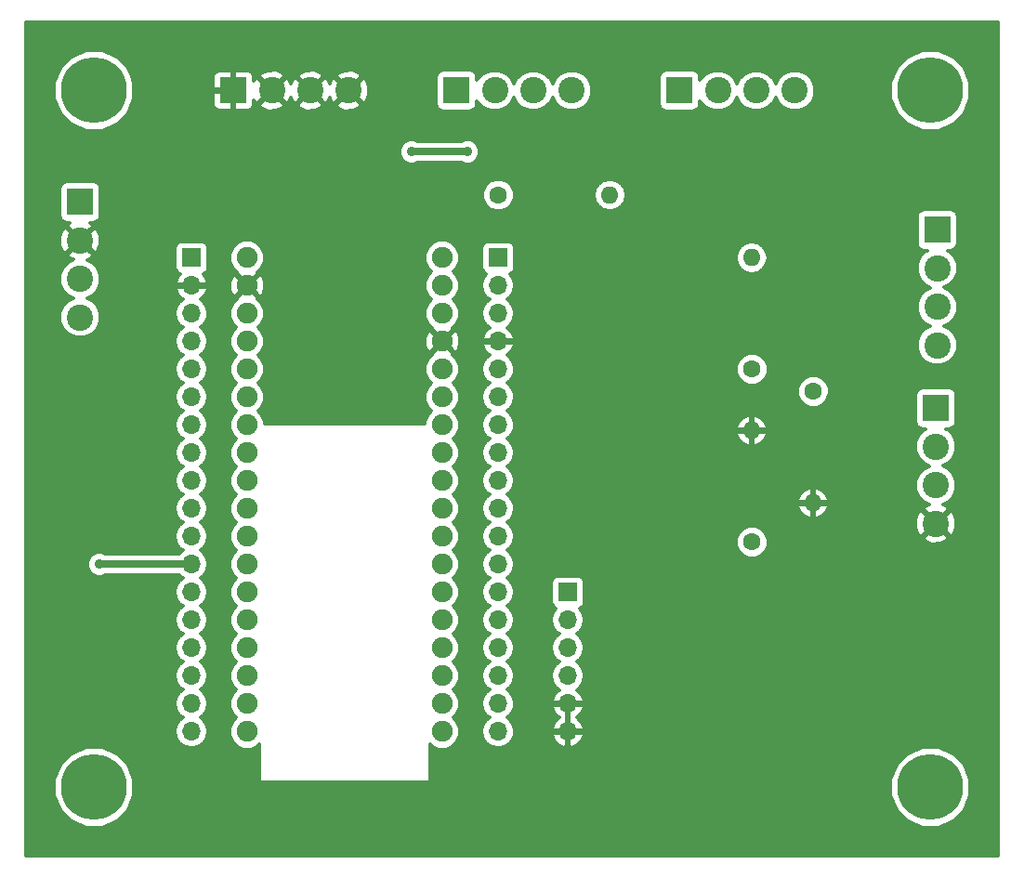
<source format=gbr>
G04 #@! TF.GenerationSoftware,KiCad,Pcbnew,(5.0.0-rc2-dev-179-gab3780148)*
G04 #@! TF.CreationDate,2018-03-14T15:03:31-05:00*
G04 #@! TF.ProjectId,weather_station,776561746865725F73746174696F6E2E,rev?*
G04 #@! TF.SameCoordinates,Original*
G04 #@! TF.FileFunction,Copper,L1,Top,Signal*
G04 #@! TF.FilePolarity,Positive*
%FSLAX46Y46*%
G04 Gerber Fmt 4.6, Leading zero omitted, Abs format (unit mm)*
G04 Created by KiCad (PCBNEW (5.0.0-rc2-dev-179-gab3780148)) date 03/14/18 15:03:31*
%MOMM*%
%LPD*%
G01*
G04 APERTURE LIST*
%ADD10R,1.700000X1.700000*%
%ADD11O,1.700000X1.700000*%
%ADD12R,2.400000X2.400000*%
%ADD13C,2.400000*%
%ADD14C,6.000000*%
%ADD15C,1.600000*%
%ADD16O,1.600000X1.600000*%
%ADD17C,1.900000*%
%ADD18C,0.889000*%
%ADD19C,0.635000*%
%ADD20C,0.304800*%
G04 APERTURE END LIST*
D10*
X87630000Y-66040000D03*
D11*
X87630000Y-68580000D03*
X87630000Y-71120000D03*
X87630000Y-73660000D03*
X87630000Y-76200000D03*
X87630000Y-78740000D03*
X87630000Y-81280000D03*
X87630000Y-83820000D03*
X87630000Y-86360000D03*
X87630000Y-88900000D03*
X87630000Y-91440000D03*
X87630000Y-93980000D03*
X87630000Y-96520000D03*
X87630000Y-99060000D03*
X87630000Y-101600000D03*
X87630000Y-104140000D03*
X87630000Y-106680000D03*
X87630000Y-109220000D03*
D12*
X127635000Y-63500000D03*
D13*
X127635000Y-67000000D03*
X127635000Y-70500000D03*
X127635000Y-74000000D03*
D12*
X49530000Y-60960000D03*
D13*
X49530000Y-64460000D03*
X49530000Y-67960000D03*
X49530000Y-71460000D03*
D10*
X59690000Y-66040000D03*
D11*
X59690000Y-68580000D03*
X59690000Y-71120000D03*
X59690000Y-73660000D03*
X59690000Y-76200000D03*
X59690000Y-78740000D03*
X59690000Y-81280000D03*
X59690000Y-83820000D03*
X59690000Y-86360000D03*
X59690000Y-88900000D03*
X59690000Y-91440000D03*
X59690000Y-93980000D03*
X59690000Y-96520000D03*
X59690000Y-99060000D03*
X59690000Y-101600000D03*
X59690000Y-104140000D03*
X59690000Y-106680000D03*
X59690000Y-109220000D03*
D12*
X63500000Y-50800000D03*
D13*
X67000000Y-50800000D03*
X70500000Y-50800000D03*
X74000000Y-50800000D03*
D12*
X83820000Y-50800000D03*
D13*
X87320000Y-50800000D03*
X90820000Y-50800000D03*
X94320000Y-50800000D03*
D12*
X104140000Y-50800000D03*
D13*
X107640000Y-50800000D03*
X111140000Y-50800000D03*
X114640000Y-50800000D03*
D14*
X127000000Y-114300000D03*
X50800000Y-114300000D03*
X50800000Y-50800000D03*
X127000000Y-50800000D03*
D15*
X116332000Y-78232000D03*
D16*
X116332000Y-88392000D03*
D15*
X110744000Y-91948000D03*
D16*
X110744000Y-81788000D03*
D15*
X110744000Y-76200000D03*
D16*
X110744000Y-66040000D03*
D15*
X87630000Y-60325000D03*
D16*
X97790000Y-60325000D03*
D10*
X93980000Y-96520000D03*
D11*
X93980000Y-99060000D03*
X93980000Y-101600000D03*
X93980000Y-104140000D03*
X93980000Y-106680000D03*
X93980000Y-109220000D03*
D17*
X64770000Y-66040000D03*
X64770000Y-68580000D03*
X64770000Y-71120000D03*
X64770000Y-73660000D03*
X64770000Y-76200000D03*
X64770000Y-78740000D03*
X64770000Y-81280000D03*
X64770000Y-83820000D03*
X64770000Y-86360000D03*
X64770000Y-88900000D03*
X64770000Y-91440000D03*
X64770000Y-93980000D03*
X64770000Y-96520000D03*
X64770000Y-99060000D03*
X64770000Y-101600000D03*
X64770000Y-104140000D03*
X64770000Y-106680000D03*
X64770000Y-109220000D03*
X82550000Y-66040000D03*
X82550000Y-68580000D03*
X82550000Y-71120000D03*
X82550000Y-73660000D03*
X82550000Y-76200000D03*
X82550000Y-78740000D03*
X82550000Y-81280000D03*
X82550000Y-83820000D03*
X82550000Y-86360000D03*
X82550000Y-88900000D03*
X82550000Y-91440000D03*
X82550000Y-93980000D03*
X82550000Y-96520000D03*
X82550000Y-99060000D03*
X82550000Y-101600000D03*
X82550000Y-104140000D03*
X82550000Y-106680000D03*
X82550000Y-109220000D03*
D12*
X127508000Y-79756000D03*
D13*
X127508000Y-83256000D03*
X127508000Y-86756000D03*
X127508000Y-90256000D03*
D18*
X51308000Y-93980000D03*
X79756000Y-56388000D03*
X84836000Y-56388000D03*
D19*
X51308000Y-93980000D02*
X59690000Y-93980000D01*
X84836000Y-56388000D02*
X79756000Y-56388000D01*
D20*
G36*
X133197600Y-120497600D02*
X44602400Y-120497600D01*
X44602400Y-115024904D01*
X47138966Y-115024904D01*
X47695055Y-116370741D01*
X48723843Y-117401326D01*
X50068707Y-117959763D01*
X51524904Y-117961034D01*
X52870741Y-117404945D01*
X53901326Y-116376157D01*
X54459763Y-115031293D01*
X54459768Y-115024904D01*
X123338966Y-115024904D01*
X123895055Y-116370741D01*
X124923843Y-117401326D01*
X126268707Y-117959763D01*
X127724904Y-117961034D01*
X129070741Y-117404945D01*
X130101326Y-116376157D01*
X130659763Y-115031293D01*
X130661034Y-113575096D01*
X130104945Y-112229259D01*
X129076157Y-111198674D01*
X127731293Y-110640237D01*
X126275096Y-110638966D01*
X124929259Y-111195055D01*
X123898674Y-112223843D01*
X123340237Y-113568707D01*
X123338966Y-115024904D01*
X54459768Y-115024904D01*
X54461034Y-113575096D01*
X53904945Y-112229259D01*
X52876157Y-111198674D01*
X51531293Y-110640237D01*
X50075096Y-110638966D01*
X48729259Y-111195055D01*
X47698674Y-112223843D01*
X47140237Y-113568707D01*
X47138966Y-115024904D01*
X44602400Y-115024904D01*
X44602400Y-94198814D01*
X50202909Y-94198814D01*
X50370765Y-94605058D01*
X50681307Y-94916142D01*
X51087258Y-95084708D01*
X51526814Y-95085091D01*
X51834641Y-94957900D01*
X58532184Y-94957900D01*
X58592396Y-95048014D01*
X58894689Y-95250000D01*
X58592396Y-95451986D01*
X58264982Y-95941995D01*
X58150010Y-96520000D01*
X58264982Y-97098005D01*
X58592396Y-97588014D01*
X58894689Y-97790000D01*
X58592396Y-97991986D01*
X58264982Y-98481995D01*
X58150010Y-99060000D01*
X58264982Y-99638005D01*
X58592396Y-100128014D01*
X58894689Y-100330000D01*
X58592396Y-100531986D01*
X58264982Y-101021995D01*
X58150010Y-101600000D01*
X58264982Y-102178005D01*
X58592396Y-102668014D01*
X58894689Y-102870000D01*
X58592396Y-103071986D01*
X58264982Y-103561995D01*
X58150010Y-104140000D01*
X58264982Y-104718005D01*
X58592396Y-105208014D01*
X58894689Y-105410000D01*
X58592396Y-105611986D01*
X58264982Y-106101995D01*
X58150010Y-106680000D01*
X58264982Y-107258005D01*
X58592396Y-107748014D01*
X58894689Y-107950000D01*
X58592396Y-108151986D01*
X58264982Y-108641995D01*
X58150010Y-109220000D01*
X58264982Y-109798005D01*
X58592396Y-110288014D01*
X59082405Y-110615428D01*
X59660410Y-110730400D01*
X59719590Y-110730400D01*
X60297595Y-110615428D01*
X60787604Y-110288014D01*
X61115018Y-109798005D01*
X61229990Y-109220000D01*
X61115018Y-108641995D01*
X60787604Y-108151986D01*
X60485311Y-107950000D01*
X60787604Y-107748014D01*
X61115018Y-107258005D01*
X61229990Y-106680000D01*
X61115018Y-106101995D01*
X60787604Y-105611986D01*
X60485311Y-105410000D01*
X60787604Y-105208014D01*
X61115018Y-104718005D01*
X61229990Y-104140000D01*
X61115018Y-103561995D01*
X60787604Y-103071986D01*
X60485311Y-102870000D01*
X60787604Y-102668014D01*
X61115018Y-102178005D01*
X61229990Y-101600000D01*
X61115018Y-101021995D01*
X60787604Y-100531986D01*
X60485311Y-100330000D01*
X60787604Y-100128014D01*
X61115018Y-99638005D01*
X61229990Y-99060000D01*
X61115018Y-98481995D01*
X60787604Y-97991986D01*
X60485311Y-97790000D01*
X60787604Y-97588014D01*
X61115018Y-97098005D01*
X61229990Y-96520000D01*
X61115018Y-95941995D01*
X60787604Y-95451986D01*
X60485311Y-95250000D01*
X60787604Y-95048014D01*
X61115018Y-94558005D01*
X61229990Y-93980000D01*
X61115018Y-93401995D01*
X60787604Y-92911986D01*
X60485311Y-92710000D01*
X60787604Y-92508014D01*
X61115018Y-92018005D01*
X61229990Y-91440000D01*
X61115018Y-90861995D01*
X60787604Y-90371986D01*
X60485311Y-90170000D01*
X60787604Y-89968014D01*
X61115018Y-89478005D01*
X61229990Y-88900000D01*
X61115018Y-88321995D01*
X60787604Y-87831986D01*
X60485311Y-87630000D01*
X60787604Y-87428014D01*
X61115018Y-86938005D01*
X61229990Y-86360000D01*
X61115018Y-85781995D01*
X60787604Y-85291986D01*
X60485311Y-85090000D01*
X60787604Y-84888014D01*
X61115018Y-84398005D01*
X61229990Y-83820000D01*
X61115018Y-83241995D01*
X60787604Y-82751986D01*
X60485311Y-82550000D01*
X60787604Y-82348014D01*
X61115018Y-81858005D01*
X61229990Y-81280000D01*
X61115018Y-80701995D01*
X60787604Y-80211986D01*
X60485311Y-80010000D01*
X60787604Y-79808014D01*
X61115018Y-79318005D01*
X61229990Y-78740000D01*
X61115018Y-78161995D01*
X60787604Y-77671986D01*
X60485311Y-77470000D01*
X60787604Y-77268014D01*
X61115018Y-76778005D01*
X61229990Y-76200000D01*
X61115018Y-75621995D01*
X60787604Y-75131986D01*
X60485311Y-74930000D01*
X60787604Y-74728014D01*
X61115018Y-74238005D01*
X61229990Y-73660000D01*
X61115018Y-73081995D01*
X60787604Y-72591986D01*
X60485311Y-72390000D01*
X60787604Y-72188014D01*
X61115018Y-71698005D01*
X61166552Y-71438923D01*
X63159321Y-71438923D01*
X63403973Y-72031027D01*
X63762549Y-72390229D01*
X63405565Y-72746590D01*
X63159880Y-73338266D01*
X63159321Y-73978923D01*
X63403973Y-74571027D01*
X63762549Y-74930229D01*
X63405565Y-75286590D01*
X63159880Y-75878266D01*
X63159321Y-76518923D01*
X63403973Y-77111027D01*
X63762549Y-77470229D01*
X63405565Y-77826590D01*
X63159880Y-78418266D01*
X63159321Y-79058923D01*
X63403973Y-79651027D01*
X63762549Y-80010229D01*
X63405565Y-80366590D01*
X63159880Y-80958266D01*
X63159321Y-81598923D01*
X63403973Y-82191027D01*
X63762549Y-82550229D01*
X63405565Y-82906590D01*
X63159880Y-83498266D01*
X63159321Y-84138923D01*
X63403973Y-84731027D01*
X63762549Y-85090229D01*
X63405565Y-85446590D01*
X63159880Y-86038266D01*
X63159321Y-86678923D01*
X63403973Y-87271027D01*
X63762549Y-87630229D01*
X63405565Y-87986590D01*
X63159880Y-88578266D01*
X63159321Y-89218923D01*
X63403973Y-89811027D01*
X63762549Y-90170229D01*
X63405565Y-90526590D01*
X63159880Y-91118266D01*
X63159321Y-91758923D01*
X63403973Y-92351027D01*
X63762549Y-92710229D01*
X63405565Y-93066590D01*
X63159880Y-93658266D01*
X63159321Y-94298923D01*
X63403973Y-94891027D01*
X63762549Y-95250229D01*
X63405565Y-95606590D01*
X63159880Y-96198266D01*
X63159321Y-96838923D01*
X63403973Y-97431027D01*
X63762549Y-97790229D01*
X63405565Y-98146590D01*
X63159880Y-98738266D01*
X63159321Y-99378923D01*
X63403973Y-99971027D01*
X63762549Y-100330229D01*
X63405565Y-100686590D01*
X63159880Y-101278266D01*
X63159321Y-101918923D01*
X63403973Y-102511027D01*
X63762549Y-102870229D01*
X63405565Y-103226590D01*
X63159880Y-103818266D01*
X63159321Y-104458923D01*
X63403973Y-105051027D01*
X63762549Y-105410229D01*
X63405565Y-105766590D01*
X63159880Y-106358266D01*
X63159321Y-106998923D01*
X63403973Y-107591027D01*
X63762549Y-107950229D01*
X63405565Y-108306590D01*
X63159880Y-108898266D01*
X63159321Y-109538923D01*
X63403973Y-110131027D01*
X63856590Y-110584435D01*
X64448266Y-110830120D01*
X65088923Y-110830679D01*
X65681027Y-110586027D01*
X65887600Y-110379814D01*
X65887600Y-113665000D01*
X65898023Y-113720391D01*
X65930758Y-113771264D01*
X65980708Y-113805393D01*
X66040000Y-113817400D01*
X81280000Y-113817400D01*
X81335391Y-113806977D01*
X81386264Y-113774242D01*
X81420393Y-113724292D01*
X81432400Y-113665000D01*
X81432400Y-110379888D01*
X81636590Y-110584435D01*
X82228266Y-110830120D01*
X82868923Y-110830679D01*
X83461027Y-110586027D01*
X83914435Y-110133410D01*
X84160120Y-109541734D01*
X84160679Y-108901077D01*
X83916027Y-108308973D01*
X83557451Y-107949771D01*
X83914435Y-107593410D01*
X84160120Y-107001734D01*
X84160679Y-106361077D01*
X83916027Y-105768973D01*
X83557451Y-105409771D01*
X83914435Y-105053410D01*
X84160120Y-104461734D01*
X84160679Y-103821077D01*
X83916027Y-103228973D01*
X83557451Y-102869771D01*
X83914435Y-102513410D01*
X84160120Y-101921734D01*
X84160679Y-101281077D01*
X83916027Y-100688973D01*
X83557451Y-100329771D01*
X83914435Y-99973410D01*
X84160120Y-99381734D01*
X84160679Y-98741077D01*
X83916027Y-98148973D01*
X83557451Y-97789771D01*
X83914435Y-97433410D01*
X84160120Y-96841734D01*
X84160679Y-96201077D01*
X83916027Y-95608973D01*
X83557451Y-95249771D01*
X83914435Y-94893410D01*
X84160120Y-94301734D01*
X84160679Y-93661077D01*
X83916027Y-93068973D01*
X83557451Y-92709771D01*
X83914435Y-92353410D01*
X84160120Y-91761734D01*
X84160679Y-91121077D01*
X83916027Y-90528973D01*
X83557451Y-90169771D01*
X83914435Y-89813410D01*
X84160120Y-89221734D01*
X84160679Y-88581077D01*
X83916027Y-87988973D01*
X83557451Y-87629771D01*
X83914435Y-87273410D01*
X84160120Y-86681734D01*
X84160679Y-86041077D01*
X83916027Y-85448973D01*
X83557451Y-85089771D01*
X83914435Y-84733410D01*
X84160120Y-84141734D01*
X84160679Y-83501077D01*
X83916027Y-82908973D01*
X83557451Y-82549771D01*
X83914435Y-82193410D01*
X84160120Y-81601734D01*
X84160679Y-80961077D01*
X83916027Y-80368973D01*
X83557451Y-80009771D01*
X83914435Y-79653410D01*
X84160120Y-79061734D01*
X84160679Y-78421077D01*
X83916027Y-77828973D01*
X83557451Y-77469771D01*
X83914435Y-77113410D01*
X84160120Y-76521734D01*
X84160400Y-76200000D01*
X86090010Y-76200000D01*
X86204982Y-76778005D01*
X86532396Y-77268014D01*
X86834689Y-77470000D01*
X86532396Y-77671986D01*
X86204982Y-78161995D01*
X86090010Y-78740000D01*
X86204982Y-79318005D01*
X86532396Y-79808014D01*
X86834689Y-80010000D01*
X86532396Y-80211986D01*
X86204982Y-80701995D01*
X86090010Y-81280000D01*
X86204982Y-81858005D01*
X86532396Y-82348014D01*
X86834689Y-82550000D01*
X86532396Y-82751986D01*
X86204982Y-83241995D01*
X86090010Y-83820000D01*
X86204982Y-84398005D01*
X86532396Y-84888014D01*
X86834689Y-85090000D01*
X86532396Y-85291986D01*
X86204982Y-85781995D01*
X86090010Y-86360000D01*
X86204982Y-86938005D01*
X86532396Y-87428014D01*
X86834689Y-87630000D01*
X86532396Y-87831986D01*
X86204982Y-88321995D01*
X86090010Y-88900000D01*
X86204982Y-89478005D01*
X86532396Y-89968014D01*
X86834689Y-90170000D01*
X86532396Y-90371986D01*
X86204982Y-90861995D01*
X86090010Y-91440000D01*
X86204982Y-92018005D01*
X86532396Y-92508014D01*
X86834689Y-92710000D01*
X86532396Y-92911986D01*
X86204982Y-93401995D01*
X86090010Y-93980000D01*
X86204982Y-94558005D01*
X86532396Y-95048014D01*
X86834689Y-95250000D01*
X86532396Y-95451986D01*
X86204982Y-95941995D01*
X86090010Y-96520000D01*
X86204982Y-97098005D01*
X86532396Y-97588014D01*
X86834689Y-97790000D01*
X86532396Y-97991986D01*
X86204982Y-98481995D01*
X86090010Y-99060000D01*
X86204982Y-99638005D01*
X86532396Y-100128014D01*
X86834689Y-100330000D01*
X86532396Y-100531986D01*
X86204982Y-101021995D01*
X86090010Y-101600000D01*
X86204982Y-102178005D01*
X86532396Y-102668014D01*
X86834689Y-102870000D01*
X86532396Y-103071986D01*
X86204982Y-103561995D01*
X86090010Y-104140000D01*
X86204982Y-104718005D01*
X86532396Y-105208014D01*
X86834689Y-105410000D01*
X86532396Y-105611986D01*
X86204982Y-106101995D01*
X86090010Y-106680000D01*
X86204982Y-107258005D01*
X86532396Y-107748014D01*
X86834689Y-107950000D01*
X86532396Y-108151986D01*
X86204982Y-108641995D01*
X86090010Y-109220000D01*
X86204982Y-109798005D01*
X86532396Y-110288014D01*
X87022405Y-110615428D01*
X87600410Y-110730400D01*
X87659590Y-110730400D01*
X88237595Y-110615428D01*
X88727604Y-110288014D01*
X89055018Y-109798005D01*
X89103137Y-109556093D01*
X92507468Y-109556093D01*
X92701103Y-110023589D01*
X93105973Y-110451832D01*
X93643906Y-110692540D01*
X93878400Y-110561887D01*
X93878400Y-109321600D01*
X94081600Y-109321600D01*
X94081600Y-110561887D01*
X94316094Y-110692540D01*
X94854027Y-110451832D01*
X95258897Y-110023589D01*
X95452532Y-109556093D01*
X95321458Y-109321600D01*
X94081600Y-109321600D01*
X93878400Y-109321600D01*
X92638542Y-109321600D01*
X92507468Y-109556093D01*
X89103137Y-109556093D01*
X89169990Y-109220000D01*
X89055018Y-108641995D01*
X88727604Y-108151986D01*
X88425311Y-107950000D01*
X88727604Y-107748014D01*
X89055018Y-107258005D01*
X89103137Y-107016093D01*
X92507468Y-107016093D01*
X92701103Y-107483589D01*
X93105973Y-107911832D01*
X93191271Y-107950000D01*
X93105973Y-107988168D01*
X92701103Y-108416411D01*
X92507468Y-108883907D01*
X92638542Y-109118400D01*
X93878400Y-109118400D01*
X93878400Y-106781600D01*
X94081600Y-106781600D01*
X94081600Y-109118400D01*
X95321458Y-109118400D01*
X95452532Y-108883907D01*
X95258897Y-108416411D01*
X94854027Y-107988168D01*
X94768729Y-107950000D01*
X94854027Y-107911832D01*
X95258897Y-107483589D01*
X95452532Y-107016093D01*
X95321458Y-106781600D01*
X94081600Y-106781600D01*
X93878400Y-106781600D01*
X92638542Y-106781600D01*
X92507468Y-107016093D01*
X89103137Y-107016093D01*
X89169990Y-106680000D01*
X89055018Y-106101995D01*
X88727604Y-105611986D01*
X88425311Y-105410000D01*
X88727604Y-105208014D01*
X89055018Y-104718005D01*
X89169990Y-104140000D01*
X89055018Y-103561995D01*
X88727604Y-103071986D01*
X88425311Y-102870000D01*
X88727604Y-102668014D01*
X89055018Y-102178005D01*
X89169990Y-101600000D01*
X89055018Y-101021995D01*
X88727604Y-100531986D01*
X88425311Y-100330000D01*
X88727604Y-100128014D01*
X89055018Y-99638005D01*
X89169990Y-99060000D01*
X92440010Y-99060000D01*
X92554982Y-99638005D01*
X92882396Y-100128014D01*
X93184689Y-100330000D01*
X92882396Y-100531986D01*
X92554982Y-101021995D01*
X92440010Y-101600000D01*
X92554982Y-102178005D01*
X92882396Y-102668014D01*
X93184689Y-102870000D01*
X92882396Y-103071986D01*
X92554982Y-103561995D01*
X92440010Y-104140000D01*
X92554982Y-104718005D01*
X92882396Y-105208014D01*
X93187329Y-105411764D01*
X93105973Y-105448168D01*
X92701103Y-105876411D01*
X92507468Y-106343907D01*
X92638542Y-106578400D01*
X93878400Y-106578400D01*
X93878400Y-106558400D01*
X94081600Y-106558400D01*
X94081600Y-106578400D01*
X95321458Y-106578400D01*
X95452532Y-106343907D01*
X95258897Y-105876411D01*
X94854027Y-105448168D01*
X94772671Y-105411764D01*
X95077604Y-105208014D01*
X95405018Y-104718005D01*
X95519990Y-104140000D01*
X95405018Y-103561995D01*
X95077604Y-103071986D01*
X94775311Y-102870000D01*
X95077604Y-102668014D01*
X95405018Y-102178005D01*
X95519990Y-101600000D01*
X95405018Y-101021995D01*
X95077604Y-100531986D01*
X94775311Y-100330000D01*
X95077604Y-100128014D01*
X95405018Y-99638005D01*
X95519990Y-99060000D01*
X95405018Y-98481995D01*
X95079218Y-97994401D01*
X95299499Y-97852654D01*
X95450288Y-97631966D01*
X95503338Y-97370000D01*
X95503338Y-95670000D01*
X95457289Y-95425270D01*
X95312654Y-95200501D01*
X95091966Y-95049712D01*
X94830000Y-94996662D01*
X93130000Y-94996662D01*
X92885270Y-95042711D01*
X92660501Y-95187346D01*
X92509712Y-95408034D01*
X92456662Y-95670000D01*
X92456662Y-97370000D01*
X92502711Y-97614730D01*
X92647346Y-97839499D01*
X92868034Y-97990288D01*
X92881684Y-97993052D01*
X92554982Y-98481995D01*
X92440010Y-99060000D01*
X89169990Y-99060000D01*
X89055018Y-98481995D01*
X88727604Y-97991986D01*
X88425311Y-97790000D01*
X88727604Y-97588014D01*
X89055018Y-97098005D01*
X89169990Y-96520000D01*
X89055018Y-95941995D01*
X88727604Y-95451986D01*
X88425311Y-95250000D01*
X88727604Y-95048014D01*
X89055018Y-94558005D01*
X89169990Y-93980000D01*
X89055018Y-93401995D01*
X88727604Y-92911986D01*
X88425311Y-92710000D01*
X88727604Y-92508014D01*
X88908545Y-92237217D01*
X109283347Y-92237217D01*
X109505211Y-92774169D01*
X109915670Y-93185345D01*
X110452234Y-93408146D01*
X111033217Y-93408653D01*
X111570169Y-93186789D01*
X111981345Y-92776330D01*
X112204146Y-92239766D01*
X112204653Y-91658783D01*
X112159814Y-91550263D01*
X126357421Y-91550263D01*
X126476858Y-91848097D01*
X127164618Y-92121507D01*
X127904655Y-92110910D01*
X128539142Y-91848097D01*
X128658579Y-91550263D01*
X127508000Y-90399684D01*
X126357421Y-91550263D01*
X112159814Y-91550263D01*
X111982789Y-91121831D01*
X111572330Y-90710655D01*
X111035766Y-90487854D01*
X110454783Y-90487347D01*
X109917831Y-90709211D01*
X109506655Y-91119670D01*
X109283854Y-91656234D01*
X109283347Y-92237217D01*
X88908545Y-92237217D01*
X89055018Y-92018005D01*
X89169990Y-91440000D01*
X89055018Y-90861995D01*
X88727604Y-90371986D01*
X88425311Y-90170000D01*
X88727604Y-89968014D01*
X88764618Y-89912618D01*
X125642493Y-89912618D01*
X125653090Y-90652655D01*
X125915903Y-91287142D01*
X126213737Y-91406579D01*
X127364316Y-90256000D01*
X127651684Y-90256000D01*
X128802263Y-91406579D01*
X129100097Y-91287142D01*
X129373507Y-90599382D01*
X129362910Y-89859345D01*
X129100097Y-89224858D01*
X128802263Y-89105421D01*
X127651684Y-90256000D01*
X127364316Y-90256000D01*
X126213737Y-89105421D01*
X125915903Y-89224858D01*
X125642493Y-89912618D01*
X88764618Y-89912618D01*
X89055018Y-89478005D01*
X89169990Y-88900000D01*
X89134237Y-88720254D01*
X114908961Y-88720254D01*
X115142901Y-89239841D01*
X115557870Y-89630351D01*
X116003747Y-89815032D01*
X116230400Y-89683309D01*
X116230400Y-88493600D01*
X116433600Y-88493600D01*
X116433600Y-89683309D01*
X116660253Y-89815032D01*
X117106130Y-89630351D01*
X117521099Y-89239841D01*
X117755039Y-88720254D01*
X117623769Y-88493600D01*
X116433600Y-88493600D01*
X116230400Y-88493600D01*
X115040231Y-88493600D01*
X114908961Y-88720254D01*
X89134237Y-88720254D01*
X89055018Y-88321995D01*
X88882462Y-88063746D01*
X114908961Y-88063746D01*
X115040231Y-88290400D01*
X116230400Y-88290400D01*
X116230400Y-87100691D01*
X116433600Y-87100691D01*
X116433600Y-88290400D01*
X117623769Y-88290400D01*
X117755039Y-88063746D01*
X117521099Y-87544159D01*
X117106130Y-87153649D01*
X116660253Y-86968968D01*
X116433600Y-87100691D01*
X116230400Y-87100691D01*
X116003747Y-86968968D01*
X115557870Y-87153649D01*
X115142901Y-87544159D01*
X114908961Y-88063746D01*
X88882462Y-88063746D01*
X88727604Y-87831986D01*
X88425311Y-87630000D01*
X88727604Y-87428014D01*
X89055018Y-86938005D01*
X89169990Y-86360000D01*
X89055018Y-85781995D01*
X88727604Y-85291986D01*
X88425311Y-85090000D01*
X88727604Y-84888014D01*
X89055018Y-84398005D01*
X89169990Y-83820000D01*
X89055018Y-83241995D01*
X88727604Y-82751986D01*
X88425311Y-82550000D01*
X88727604Y-82348014D01*
X88882461Y-82116254D01*
X109320961Y-82116254D01*
X109554901Y-82635841D01*
X109969870Y-83026351D01*
X110415747Y-83211032D01*
X110642400Y-83079309D01*
X110642400Y-81889600D01*
X110845600Y-81889600D01*
X110845600Y-83079309D01*
X111072253Y-83211032D01*
X111518130Y-83026351D01*
X111933099Y-82635841D01*
X112167039Y-82116254D01*
X112035769Y-81889600D01*
X110845600Y-81889600D01*
X110642400Y-81889600D01*
X109452231Y-81889600D01*
X109320961Y-82116254D01*
X88882461Y-82116254D01*
X89055018Y-81858005D01*
X89134236Y-81459746D01*
X109320961Y-81459746D01*
X109452231Y-81686400D01*
X110642400Y-81686400D01*
X110642400Y-80496691D01*
X110845600Y-80496691D01*
X110845600Y-81686400D01*
X112035769Y-81686400D01*
X112167039Y-81459746D01*
X111933099Y-80940159D01*
X111518130Y-80549649D01*
X111072253Y-80364968D01*
X110845600Y-80496691D01*
X110642400Y-80496691D01*
X110415747Y-80364968D01*
X109969870Y-80549649D01*
X109554901Y-80940159D01*
X109320961Y-81459746D01*
X89134236Y-81459746D01*
X89169990Y-81280000D01*
X89055018Y-80701995D01*
X88727604Y-80211986D01*
X88425311Y-80010000D01*
X88727604Y-79808014D01*
X89055018Y-79318005D01*
X89169990Y-78740000D01*
X89126472Y-78521217D01*
X114871347Y-78521217D01*
X115093211Y-79058169D01*
X115503670Y-79469345D01*
X116040234Y-79692146D01*
X116621217Y-79692653D01*
X117158169Y-79470789D01*
X117569345Y-79060330D01*
X117778761Y-78556000D01*
X125634662Y-78556000D01*
X125634662Y-80956000D01*
X125680711Y-81200730D01*
X125825346Y-81425499D01*
X126046034Y-81576288D01*
X126308000Y-81629338D01*
X126573098Y-81629338D01*
X126455545Y-81677910D01*
X125931750Y-82200792D01*
X125647924Y-82884320D01*
X125647278Y-83624433D01*
X125929910Y-84308455D01*
X126452792Y-84832250D01*
X126871413Y-85006077D01*
X126455545Y-85177910D01*
X125931750Y-85700792D01*
X125647924Y-86384320D01*
X125647278Y-87124433D01*
X125929910Y-87808455D01*
X126452792Y-88332250D01*
X126864657Y-88503271D01*
X126476858Y-88663903D01*
X126357421Y-88961737D01*
X127508000Y-90112316D01*
X128658579Y-88961737D01*
X128539142Y-88663903D01*
X128143194Y-88506499D01*
X128560455Y-88334090D01*
X129084250Y-87811208D01*
X129368076Y-87127680D01*
X129368722Y-86387567D01*
X129086090Y-85703545D01*
X128563208Y-85179750D01*
X128144587Y-85005923D01*
X128560455Y-84834090D01*
X129084250Y-84311208D01*
X129368076Y-83627680D01*
X129368722Y-82887567D01*
X129086090Y-82203545D01*
X128563208Y-81679750D01*
X128441803Y-81629338D01*
X128708000Y-81629338D01*
X128952730Y-81583289D01*
X129177499Y-81438654D01*
X129328288Y-81217966D01*
X129381338Y-80956000D01*
X129381338Y-78556000D01*
X129335289Y-78311270D01*
X129190654Y-78086501D01*
X128969966Y-77935712D01*
X128708000Y-77882662D01*
X126308000Y-77882662D01*
X126063270Y-77928711D01*
X125838501Y-78073346D01*
X125687712Y-78294034D01*
X125634662Y-78556000D01*
X117778761Y-78556000D01*
X117792146Y-78523766D01*
X117792653Y-77942783D01*
X117570789Y-77405831D01*
X117160330Y-76994655D01*
X116623766Y-76771854D01*
X116042783Y-76771347D01*
X115505831Y-76993211D01*
X115094655Y-77403670D01*
X114871854Y-77940234D01*
X114871347Y-78521217D01*
X89126472Y-78521217D01*
X89055018Y-78161995D01*
X88727604Y-77671986D01*
X88425311Y-77470000D01*
X88727604Y-77268014D01*
X89055018Y-76778005D01*
X89112461Y-76489217D01*
X109283347Y-76489217D01*
X109505211Y-77026169D01*
X109915670Y-77437345D01*
X110452234Y-77660146D01*
X111033217Y-77660653D01*
X111570169Y-77438789D01*
X111981345Y-77028330D01*
X112204146Y-76491766D01*
X112204653Y-75910783D01*
X111982789Y-75373831D01*
X111572330Y-74962655D01*
X111035766Y-74739854D01*
X110454783Y-74739347D01*
X109917831Y-74961211D01*
X109506655Y-75371670D01*
X109283854Y-75908234D01*
X109283347Y-76489217D01*
X89112461Y-76489217D01*
X89169990Y-76200000D01*
X89055018Y-75621995D01*
X88727604Y-75131986D01*
X88422671Y-74928236D01*
X88504027Y-74891832D01*
X88908897Y-74463589D01*
X89102532Y-73996093D01*
X88971458Y-73761600D01*
X87731600Y-73761600D01*
X87731600Y-73781600D01*
X87528400Y-73781600D01*
X87528400Y-73761600D01*
X86288542Y-73761600D01*
X86157468Y-73996093D01*
X86351103Y-74463589D01*
X86755973Y-74891832D01*
X86837329Y-74928236D01*
X86532396Y-75131986D01*
X86204982Y-75621995D01*
X86090010Y-76200000D01*
X84160400Y-76200000D01*
X84160679Y-75881077D01*
X83916027Y-75288973D01*
X83490769Y-74862971D01*
X83519974Y-74773659D01*
X82550000Y-73803684D01*
X81580026Y-74773659D01*
X81609402Y-74863493D01*
X81185565Y-75286590D01*
X80939880Y-75878266D01*
X80939321Y-76518923D01*
X81183973Y-77111027D01*
X81542549Y-77470229D01*
X81185565Y-77826590D01*
X80939880Y-78418266D01*
X80939321Y-79058923D01*
X81183973Y-79651027D01*
X81542549Y-80010229D01*
X81185565Y-80366590D01*
X80939880Y-80958266D01*
X80939732Y-81127600D01*
X66380534Y-81127600D01*
X66380679Y-80961077D01*
X66136027Y-80368973D01*
X65777451Y-80009771D01*
X66134435Y-79653410D01*
X66380120Y-79061734D01*
X66380679Y-78421077D01*
X66136027Y-77828973D01*
X65777451Y-77469771D01*
X66134435Y-77113410D01*
X66380120Y-76521734D01*
X66380679Y-75881077D01*
X66136027Y-75288973D01*
X65777451Y-74929771D01*
X66134435Y-74573410D01*
X66380120Y-73981734D01*
X66380648Y-73376222D01*
X80932758Y-73376222D01*
X80947267Y-74016715D01*
X81164460Y-74541068D01*
X81436341Y-74629974D01*
X82406316Y-73660000D01*
X82693684Y-73660000D01*
X83663659Y-74629974D01*
X83935540Y-74541068D01*
X84167242Y-73943778D01*
X84152733Y-73303285D01*
X83935540Y-72778932D01*
X83663659Y-72690026D01*
X82693684Y-73660000D01*
X82406316Y-73660000D01*
X81436341Y-72690026D01*
X81164460Y-72778932D01*
X80932758Y-73376222D01*
X66380648Y-73376222D01*
X66380679Y-73341077D01*
X66136027Y-72748973D01*
X65777451Y-72389771D01*
X66134435Y-72033410D01*
X66380120Y-71441734D01*
X66380679Y-70801077D01*
X66136027Y-70208973D01*
X65710769Y-69782971D01*
X65739974Y-69693659D01*
X64770000Y-68723684D01*
X63800026Y-69693659D01*
X63829402Y-69783493D01*
X63405565Y-70206590D01*
X63159880Y-70798266D01*
X63159321Y-71438923D01*
X61166552Y-71438923D01*
X61229990Y-71120000D01*
X61115018Y-70541995D01*
X60787604Y-70051986D01*
X60482671Y-69848236D01*
X60564027Y-69811832D01*
X60968897Y-69383589D01*
X61162532Y-68916093D01*
X61031458Y-68681600D01*
X59791600Y-68681600D01*
X59791600Y-68701600D01*
X59588400Y-68701600D01*
X59588400Y-68681600D01*
X58348542Y-68681600D01*
X58217468Y-68916093D01*
X58411103Y-69383589D01*
X58815973Y-69811832D01*
X58897329Y-69848236D01*
X58592396Y-70051986D01*
X58264982Y-70541995D01*
X58150010Y-71120000D01*
X58264982Y-71698005D01*
X58592396Y-72188014D01*
X58894689Y-72390000D01*
X58592396Y-72591986D01*
X58264982Y-73081995D01*
X58150010Y-73660000D01*
X58264982Y-74238005D01*
X58592396Y-74728014D01*
X58894689Y-74930000D01*
X58592396Y-75131986D01*
X58264982Y-75621995D01*
X58150010Y-76200000D01*
X58264982Y-76778005D01*
X58592396Y-77268014D01*
X58894689Y-77470000D01*
X58592396Y-77671986D01*
X58264982Y-78161995D01*
X58150010Y-78740000D01*
X58264982Y-79318005D01*
X58592396Y-79808014D01*
X58894689Y-80010000D01*
X58592396Y-80211986D01*
X58264982Y-80701995D01*
X58150010Y-81280000D01*
X58264982Y-81858005D01*
X58592396Y-82348014D01*
X58894689Y-82550000D01*
X58592396Y-82751986D01*
X58264982Y-83241995D01*
X58150010Y-83820000D01*
X58264982Y-84398005D01*
X58592396Y-84888014D01*
X58894689Y-85090000D01*
X58592396Y-85291986D01*
X58264982Y-85781995D01*
X58150010Y-86360000D01*
X58264982Y-86938005D01*
X58592396Y-87428014D01*
X58894689Y-87630000D01*
X58592396Y-87831986D01*
X58264982Y-88321995D01*
X58150010Y-88900000D01*
X58264982Y-89478005D01*
X58592396Y-89968014D01*
X58894689Y-90170000D01*
X58592396Y-90371986D01*
X58264982Y-90861995D01*
X58150010Y-91440000D01*
X58264982Y-92018005D01*
X58592396Y-92508014D01*
X58894689Y-92710000D01*
X58592396Y-92911986D01*
X58532184Y-93002100D01*
X51834129Y-93002100D01*
X51528742Y-92875292D01*
X51089186Y-92874909D01*
X50682942Y-93042765D01*
X50371858Y-93353307D01*
X50203292Y-93759258D01*
X50202909Y-94198814D01*
X44602400Y-94198814D01*
X44602400Y-68328433D01*
X47669278Y-68328433D01*
X47951910Y-69012455D01*
X48474792Y-69536250D01*
X48893413Y-69710077D01*
X48477545Y-69881910D01*
X47953750Y-70404792D01*
X47669924Y-71088320D01*
X47669278Y-71828433D01*
X47951910Y-72512455D01*
X48474792Y-73036250D01*
X49158320Y-73320076D01*
X49898433Y-73320722D01*
X50582455Y-73038090D01*
X51106250Y-72515208D01*
X51390076Y-71831680D01*
X51390722Y-71091567D01*
X51108090Y-70407545D01*
X50585208Y-69883750D01*
X50166587Y-69709923D01*
X50582455Y-69538090D01*
X51106250Y-69015208D01*
X51390076Y-68331680D01*
X51390722Y-67591567D01*
X51108090Y-66907545D01*
X50585208Y-66383750D01*
X50173343Y-66212729D01*
X50561142Y-66052097D01*
X50680579Y-65754263D01*
X49530000Y-64603684D01*
X48379421Y-65754263D01*
X48498858Y-66052097D01*
X48894806Y-66209501D01*
X48477545Y-66381910D01*
X47953750Y-66904792D01*
X47669924Y-67588320D01*
X47669278Y-68328433D01*
X44602400Y-68328433D01*
X44602400Y-64116618D01*
X47664493Y-64116618D01*
X47675090Y-64856655D01*
X47937903Y-65491142D01*
X48235737Y-65610579D01*
X49386316Y-64460000D01*
X49673684Y-64460000D01*
X50824263Y-65610579D01*
X51122097Y-65491142D01*
X51241812Y-65190000D01*
X58166662Y-65190000D01*
X58166662Y-66890000D01*
X58212711Y-67134730D01*
X58357346Y-67359499D01*
X58578034Y-67510288D01*
X58649096Y-67524679D01*
X58411103Y-67776411D01*
X58217468Y-68243907D01*
X58348542Y-68478400D01*
X59588400Y-68478400D01*
X59588400Y-68458400D01*
X59791600Y-68458400D01*
X59791600Y-68478400D01*
X61031458Y-68478400D01*
X61133289Y-68296222D01*
X63152758Y-68296222D01*
X63167267Y-68936715D01*
X63384460Y-69461068D01*
X63656341Y-69549974D01*
X64626316Y-68580000D01*
X64913684Y-68580000D01*
X65883659Y-69549974D01*
X66155540Y-69461068D01*
X66387242Y-68863778D01*
X66372733Y-68223285D01*
X66155540Y-67698932D01*
X65883659Y-67610026D01*
X64913684Y-68580000D01*
X64626316Y-68580000D01*
X63656341Y-67610026D01*
X63384460Y-67698932D01*
X63152758Y-68296222D01*
X61133289Y-68296222D01*
X61162532Y-68243907D01*
X60968897Y-67776411D01*
X60733102Y-67527003D01*
X60784730Y-67517289D01*
X61009499Y-67372654D01*
X61160288Y-67151966D01*
X61213338Y-66890000D01*
X61213338Y-66358923D01*
X63159321Y-66358923D01*
X63403973Y-66951027D01*
X63829231Y-67377029D01*
X63800026Y-67466341D01*
X64770000Y-68436316D01*
X65739974Y-67466341D01*
X65710598Y-67376507D01*
X66134435Y-66953410D01*
X66380120Y-66361734D01*
X66380122Y-66358923D01*
X80939321Y-66358923D01*
X81183973Y-66951027D01*
X81542549Y-67310229D01*
X81185565Y-67666590D01*
X80939880Y-68258266D01*
X80939321Y-68898923D01*
X81183973Y-69491027D01*
X81542549Y-69850229D01*
X81185565Y-70206590D01*
X80939880Y-70798266D01*
X80939321Y-71438923D01*
X81183973Y-72031027D01*
X81609231Y-72457029D01*
X81580026Y-72546341D01*
X82550000Y-73516316D01*
X83519974Y-72546341D01*
X83490598Y-72456507D01*
X83914435Y-72033410D01*
X84160120Y-71441734D01*
X84160679Y-70801077D01*
X83916027Y-70208973D01*
X83557451Y-69849771D01*
X83914435Y-69493410D01*
X84160120Y-68901734D01*
X84160400Y-68580000D01*
X86090010Y-68580000D01*
X86204982Y-69158005D01*
X86532396Y-69648014D01*
X86834689Y-69850000D01*
X86532396Y-70051986D01*
X86204982Y-70541995D01*
X86090010Y-71120000D01*
X86204982Y-71698005D01*
X86532396Y-72188014D01*
X86837329Y-72391764D01*
X86755973Y-72428168D01*
X86351103Y-72856411D01*
X86157468Y-73323907D01*
X86288542Y-73558400D01*
X87528400Y-73558400D01*
X87528400Y-73538400D01*
X87731600Y-73538400D01*
X87731600Y-73558400D01*
X88971458Y-73558400D01*
X89102532Y-73323907D01*
X88908897Y-72856411D01*
X88504027Y-72428168D01*
X88422671Y-72391764D01*
X88727604Y-72188014D01*
X89055018Y-71698005D01*
X89169990Y-71120000D01*
X89055018Y-70541995D01*
X88727604Y-70051986D01*
X88425311Y-69850000D01*
X88727604Y-69648014D01*
X89055018Y-69158005D01*
X89169990Y-68580000D01*
X89055018Y-68001995D01*
X88729218Y-67514401D01*
X88949499Y-67372654D01*
X89100288Y-67151966D01*
X89153338Y-66890000D01*
X89153338Y-66011389D01*
X109283600Y-66011389D01*
X109283600Y-66068611D01*
X109394766Y-66627482D01*
X109711341Y-67101270D01*
X110185129Y-67417845D01*
X110744000Y-67529011D01*
X111302871Y-67417845D01*
X111776659Y-67101270D01*
X112093234Y-66627482D01*
X112204400Y-66068611D01*
X112204400Y-66011389D01*
X112093234Y-65452518D01*
X111776659Y-64978730D01*
X111302871Y-64662155D01*
X110744000Y-64550989D01*
X110185129Y-64662155D01*
X109711341Y-64978730D01*
X109394766Y-65452518D01*
X109283600Y-66011389D01*
X89153338Y-66011389D01*
X89153338Y-65190000D01*
X89107289Y-64945270D01*
X88962654Y-64720501D01*
X88741966Y-64569712D01*
X88480000Y-64516662D01*
X86780000Y-64516662D01*
X86535270Y-64562711D01*
X86310501Y-64707346D01*
X86159712Y-64928034D01*
X86106662Y-65190000D01*
X86106662Y-66890000D01*
X86152711Y-67134730D01*
X86297346Y-67359499D01*
X86518034Y-67510288D01*
X86531684Y-67513052D01*
X86204982Y-68001995D01*
X86090010Y-68580000D01*
X84160400Y-68580000D01*
X84160679Y-68261077D01*
X83916027Y-67668973D01*
X83557451Y-67309771D01*
X83914435Y-66953410D01*
X84160120Y-66361734D01*
X84160679Y-65721077D01*
X83916027Y-65128973D01*
X83463410Y-64675565D01*
X82871734Y-64429880D01*
X82231077Y-64429321D01*
X81638973Y-64673973D01*
X81185565Y-65126590D01*
X80939880Y-65718266D01*
X80939321Y-66358923D01*
X66380122Y-66358923D01*
X66380679Y-65721077D01*
X66136027Y-65128973D01*
X65683410Y-64675565D01*
X65091734Y-64429880D01*
X64451077Y-64429321D01*
X63858973Y-64673973D01*
X63405565Y-65126590D01*
X63159880Y-65718266D01*
X63159321Y-66358923D01*
X61213338Y-66358923D01*
X61213338Y-65190000D01*
X61167289Y-64945270D01*
X61022654Y-64720501D01*
X60801966Y-64569712D01*
X60540000Y-64516662D01*
X58840000Y-64516662D01*
X58595270Y-64562711D01*
X58370501Y-64707346D01*
X58219712Y-64928034D01*
X58166662Y-65190000D01*
X51241812Y-65190000D01*
X51395507Y-64803382D01*
X51384910Y-64063345D01*
X51122097Y-63428858D01*
X50824263Y-63309421D01*
X49673684Y-64460000D01*
X49386316Y-64460000D01*
X48235737Y-63309421D01*
X47937903Y-63428858D01*
X47664493Y-64116618D01*
X44602400Y-64116618D01*
X44602400Y-59760000D01*
X47656662Y-59760000D01*
X47656662Y-62160000D01*
X47702711Y-62404730D01*
X47847346Y-62629499D01*
X48068034Y-62780288D01*
X48330000Y-62833338D01*
X48582305Y-62833338D01*
X48498858Y-62867903D01*
X48379421Y-63165737D01*
X49530000Y-64316316D01*
X50680579Y-63165737D01*
X50561142Y-62867903D01*
X50474194Y-62833338D01*
X50730000Y-62833338D01*
X50974730Y-62787289D01*
X51199499Y-62642654D01*
X51350288Y-62421966D01*
X51374986Y-62300000D01*
X125761662Y-62300000D01*
X125761662Y-64700000D01*
X125807711Y-64944730D01*
X125952346Y-65169499D01*
X126173034Y-65320288D01*
X126435000Y-65373338D01*
X126700098Y-65373338D01*
X126582545Y-65421910D01*
X126058750Y-65944792D01*
X125774924Y-66628320D01*
X125774278Y-67368433D01*
X126056910Y-68052455D01*
X126579792Y-68576250D01*
X126998413Y-68750077D01*
X126582545Y-68921910D01*
X126058750Y-69444792D01*
X125774924Y-70128320D01*
X125774278Y-70868433D01*
X126056910Y-71552455D01*
X126579792Y-72076250D01*
X126998413Y-72250077D01*
X126582545Y-72421910D01*
X126058750Y-72944792D01*
X125774924Y-73628320D01*
X125774278Y-74368433D01*
X126056910Y-75052455D01*
X126579792Y-75576250D01*
X127263320Y-75860076D01*
X128003433Y-75860722D01*
X128687455Y-75578090D01*
X129211250Y-75055208D01*
X129495076Y-74371680D01*
X129495722Y-73631567D01*
X129213090Y-72947545D01*
X128690208Y-72423750D01*
X128271587Y-72249923D01*
X128687455Y-72078090D01*
X129211250Y-71555208D01*
X129495076Y-70871680D01*
X129495722Y-70131567D01*
X129213090Y-69447545D01*
X128690208Y-68923750D01*
X128271587Y-68749923D01*
X128687455Y-68578090D01*
X129211250Y-68055208D01*
X129495076Y-67371680D01*
X129495722Y-66631567D01*
X129213090Y-65947545D01*
X128690208Y-65423750D01*
X128568803Y-65373338D01*
X128835000Y-65373338D01*
X129079730Y-65327289D01*
X129304499Y-65182654D01*
X129455288Y-64961966D01*
X129508338Y-64700000D01*
X129508338Y-62300000D01*
X129462289Y-62055270D01*
X129317654Y-61830501D01*
X129096966Y-61679712D01*
X128835000Y-61626662D01*
X126435000Y-61626662D01*
X126190270Y-61672711D01*
X125965501Y-61817346D01*
X125814712Y-62038034D01*
X125761662Y-62300000D01*
X51374986Y-62300000D01*
X51403338Y-62160000D01*
X51403338Y-60614217D01*
X86169347Y-60614217D01*
X86391211Y-61151169D01*
X86801670Y-61562345D01*
X87338234Y-61785146D01*
X87919217Y-61785653D01*
X88456169Y-61563789D01*
X88867345Y-61153330D01*
X89090146Y-60616766D01*
X89090400Y-60325000D01*
X96300989Y-60325000D01*
X96412155Y-60883871D01*
X96728730Y-61357659D01*
X97202518Y-61674234D01*
X97761389Y-61785400D01*
X97818611Y-61785400D01*
X98377482Y-61674234D01*
X98851270Y-61357659D01*
X99167845Y-60883871D01*
X99279011Y-60325000D01*
X99167845Y-59766129D01*
X98851270Y-59292341D01*
X98377482Y-58975766D01*
X97818611Y-58864600D01*
X97761389Y-58864600D01*
X97202518Y-58975766D01*
X96728730Y-59292341D01*
X96412155Y-59766129D01*
X96300989Y-60325000D01*
X89090400Y-60325000D01*
X89090653Y-60035783D01*
X88868789Y-59498831D01*
X88458330Y-59087655D01*
X87921766Y-58864854D01*
X87340783Y-58864347D01*
X86803831Y-59086211D01*
X86392655Y-59496670D01*
X86169854Y-60033234D01*
X86169347Y-60614217D01*
X51403338Y-60614217D01*
X51403338Y-59760000D01*
X51357289Y-59515270D01*
X51212654Y-59290501D01*
X50991966Y-59139712D01*
X50730000Y-59086662D01*
X48330000Y-59086662D01*
X48085270Y-59132711D01*
X47860501Y-59277346D01*
X47709712Y-59498034D01*
X47656662Y-59760000D01*
X44602400Y-59760000D01*
X44602400Y-56606814D01*
X78650909Y-56606814D01*
X78818765Y-57013058D01*
X79129307Y-57324142D01*
X79535258Y-57492708D01*
X79974814Y-57493091D01*
X80282641Y-57365900D01*
X84309871Y-57365900D01*
X84615258Y-57492708D01*
X85054814Y-57493091D01*
X85461058Y-57325235D01*
X85772142Y-57014693D01*
X85940708Y-56608742D01*
X85941091Y-56169186D01*
X85773235Y-55762942D01*
X85462693Y-55451858D01*
X85056742Y-55283292D01*
X84617186Y-55282909D01*
X84309359Y-55410100D01*
X80282129Y-55410100D01*
X79976742Y-55283292D01*
X79537186Y-55282909D01*
X79130942Y-55450765D01*
X78819858Y-55761307D01*
X78651292Y-56167258D01*
X78650909Y-56606814D01*
X44602400Y-56606814D01*
X44602400Y-51524904D01*
X47138966Y-51524904D01*
X47695055Y-52870741D01*
X48723843Y-53901326D01*
X50068707Y-54459763D01*
X51524904Y-54461034D01*
X52870741Y-53904945D01*
X53901326Y-52876157D01*
X54459763Y-51531293D01*
X54460168Y-51066700D01*
X61639600Y-51066700D01*
X61639600Y-52131361D01*
X61740140Y-52374086D01*
X61925913Y-52559860D01*
X62168638Y-52660400D01*
X63233300Y-52660400D01*
X63398400Y-52495300D01*
X63398400Y-50901600D01*
X61804700Y-50901600D01*
X61639600Y-51066700D01*
X54460168Y-51066700D01*
X54461034Y-50075096D01*
X54210451Y-49468639D01*
X61639600Y-49468639D01*
X61639600Y-50533300D01*
X61804700Y-50698400D01*
X63398400Y-50698400D01*
X63398400Y-49104700D01*
X63601600Y-49104700D01*
X63601600Y-50698400D01*
X63621600Y-50698400D01*
X63621600Y-50901600D01*
X63601600Y-50901600D01*
X63601600Y-52495300D01*
X63766700Y-52660400D01*
X64831362Y-52660400D01*
X65074087Y-52559860D01*
X65259860Y-52374086D01*
X65360400Y-52131361D01*
X65360400Y-52094263D01*
X65849421Y-52094263D01*
X65968858Y-52392097D01*
X66656618Y-52665507D01*
X67396655Y-52654910D01*
X68031142Y-52392097D01*
X68150579Y-52094263D01*
X69349421Y-52094263D01*
X69468858Y-52392097D01*
X70156618Y-52665507D01*
X70896655Y-52654910D01*
X71531142Y-52392097D01*
X71650579Y-52094263D01*
X72849421Y-52094263D01*
X72968858Y-52392097D01*
X73656618Y-52665507D01*
X74396655Y-52654910D01*
X75031142Y-52392097D01*
X75150579Y-52094263D01*
X74000000Y-50943684D01*
X72849421Y-52094263D01*
X71650579Y-52094263D01*
X70500000Y-50943684D01*
X69349421Y-52094263D01*
X68150579Y-52094263D01*
X67000000Y-50943684D01*
X65849421Y-52094263D01*
X65360400Y-52094263D01*
X65360400Y-51716460D01*
X65407903Y-51831142D01*
X65705737Y-51950579D01*
X66856316Y-50800000D01*
X67143684Y-50800000D01*
X68294263Y-51950579D01*
X68592097Y-51831142D01*
X68746756Y-51442099D01*
X68907903Y-51831142D01*
X69205737Y-51950579D01*
X70356316Y-50800000D01*
X70643684Y-50800000D01*
X71794263Y-51950579D01*
X72092097Y-51831142D01*
X72246756Y-51442099D01*
X72407903Y-51831142D01*
X72705737Y-51950579D01*
X73856316Y-50800000D01*
X74143684Y-50800000D01*
X75294263Y-51950579D01*
X75592097Y-51831142D01*
X75865507Y-51143382D01*
X75854910Y-50403345D01*
X75592097Y-49768858D01*
X75294263Y-49649421D01*
X74143684Y-50800000D01*
X73856316Y-50800000D01*
X72705737Y-49649421D01*
X72407903Y-49768858D01*
X72253244Y-50157901D01*
X72092097Y-49768858D01*
X71794263Y-49649421D01*
X70643684Y-50800000D01*
X70356316Y-50800000D01*
X69205737Y-49649421D01*
X68907903Y-49768858D01*
X68753244Y-50157901D01*
X68592097Y-49768858D01*
X68294263Y-49649421D01*
X67143684Y-50800000D01*
X66856316Y-50800000D01*
X65705737Y-49649421D01*
X65407903Y-49768858D01*
X65360400Y-49888351D01*
X65360400Y-49505737D01*
X65849421Y-49505737D01*
X67000000Y-50656316D01*
X68150579Y-49505737D01*
X69349421Y-49505737D01*
X70500000Y-50656316D01*
X71650579Y-49505737D01*
X72849421Y-49505737D01*
X74000000Y-50656316D01*
X75056316Y-49600000D01*
X81946662Y-49600000D01*
X81946662Y-52000000D01*
X81992711Y-52244730D01*
X82137346Y-52469499D01*
X82358034Y-52620288D01*
X82620000Y-52673338D01*
X85020000Y-52673338D01*
X85264730Y-52627289D01*
X85489499Y-52482654D01*
X85640288Y-52261966D01*
X85693338Y-52000000D01*
X85693338Y-51734902D01*
X85741910Y-51852455D01*
X86264792Y-52376250D01*
X86948320Y-52660076D01*
X87688433Y-52660722D01*
X88372455Y-52378090D01*
X88896250Y-51855208D01*
X89070077Y-51436587D01*
X89241910Y-51852455D01*
X89764792Y-52376250D01*
X90448320Y-52660076D01*
X91188433Y-52660722D01*
X91872455Y-52378090D01*
X92396250Y-51855208D01*
X92570077Y-51436587D01*
X92741910Y-51852455D01*
X93264792Y-52376250D01*
X93948320Y-52660076D01*
X94688433Y-52660722D01*
X95372455Y-52378090D01*
X95896250Y-51855208D01*
X96180076Y-51171680D01*
X96180722Y-50431567D01*
X95898090Y-49747545D01*
X95750803Y-49600000D01*
X102266662Y-49600000D01*
X102266662Y-52000000D01*
X102312711Y-52244730D01*
X102457346Y-52469499D01*
X102678034Y-52620288D01*
X102940000Y-52673338D01*
X105340000Y-52673338D01*
X105584730Y-52627289D01*
X105809499Y-52482654D01*
X105960288Y-52261966D01*
X106013338Y-52000000D01*
X106013338Y-51734902D01*
X106061910Y-51852455D01*
X106584792Y-52376250D01*
X107268320Y-52660076D01*
X108008433Y-52660722D01*
X108692455Y-52378090D01*
X109216250Y-51855208D01*
X109390077Y-51436587D01*
X109561910Y-51852455D01*
X110084792Y-52376250D01*
X110768320Y-52660076D01*
X111508433Y-52660722D01*
X112192455Y-52378090D01*
X112716250Y-51855208D01*
X112890077Y-51436587D01*
X113061910Y-51852455D01*
X113584792Y-52376250D01*
X114268320Y-52660076D01*
X115008433Y-52660722D01*
X115692455Y-52378090D01*
X116216250Y-51855208D01*
X116353404Y-51524904D01*
X123338966Y-51524904D01*
X123895055Y-52870741D01*
X124923843Y-53901326D01*
X126268707Y-54459763D01*
X127724904Y-54461034D01*
X129070741Y-53904945D01*
X130101326Y-52876157D01*
X130659763Y-51531293D01*
X130661034Y-50075096D01*
X130104945Y-48729259D01*
X129076157Y-47698674D01*
X127731293Y-47140237D01*
X126275096Y-47138966D01*
X124929259Y-47695055D01*
X123898674Y-48723843D01*
X123340237Y-50068707D01*
X123338966Y-51524904D01*
X116353404Y-51524904D01*
X116500076Y-51171680D01*
X116500722Y-50431567D01*
X116218090Y-49747545D01*
X115695208Y-49223750D01*
X115011680Y-48939924D01*
X114271567Y-48939278D01*
X113587545Y-49221910D01*
X113063750Y-49744792D01*
X112889923Y-50163413D01*
X112718090Y-49747545D01*
X112195208Y-49223750D01*
X111511680Y-48939924D01*
X110771567Y-48939278D01*
X110087545Y-49221910D01*
X109563750Y-49744792D01*
X109389923Y-50163413D01*
X109218090Y-49747545D01*
X108695208Y-49223750D01*
X108011680Y-48939924D01*
X107271567Y-48939278D01*
X106587545Y-49221910D01*
X106063750Y-49744792D01*
X106013338Y-49866197D01*
X106013338Y-49600000D01*
X105967289Y-49355270D01*
X105822654Y-49130501D01*
X105601966Y-48979712D01*
X105340000Y-48926662D01*
X102940000Y-48926662D01*
X102695270Y-48972711D01*
X102470501Y-49117346D01*
X102319712Y-49338034D01*
X102266662Y-49600000D01*
X95750803Y-49600000D01*
X95375208Y-49223750D01*
X94691680Y-48939924D01*
X93951567Y-48939278D01*
X93267545Y-49221910D01*
X92743750Y-49744792D01*
X92569923Y-50163413D01*
X92398090Y-49747545D01*
X91875208Y-49223750D01*
X91191680Y-48939924D01*
X90451567Y-48939278D01*
X89767545Y-49221910D01*
X89243750Y-49744792D01*
X89069923Y-50163413D01*
X88898090Y-49747545D01*
X88375208Y-49223750D01*
X87691680Y-48939924D01*
X86951567Y-48939278D01*
X86267545Y-49221910D01*
X85743750Y-49744792D01*
X85693338Y-49866197D01*
X85693338Y-49600000D01*
X85647289Y-49355270D01*
X85502654Y-49130501D01*
X85281966Y-48979712D01*
X85020000Y-48926662D01*
X82620000Y-48926662D01*
X82375270Y-48972711D01*
X82150501Y-49117346D01*
X81999712Y-49338034D01*
X81946662Y-49600000D01*
X75056316Y-49600000D01*
X75150579Y-49505737D01*
X75031142Y-49207903D01*
X74343382Y-48934493D01*
X73603345Y-48945090D01*
X72968858Y-49207903D01*
X72849421Y-49505737D01*
X71650579Y-49505737D01*
X71531142Y-49207903D01*
X70843382Y-48934493D01*
X70103345Y-48945090D01*
X69468858Y-49207903D01*
X69349421Y-49505737D01*
X68150579Y-49505737D01*
X68031142Y-49207903D01*
X67343382Y-48934493D01*
X66603345Y-48945090D01*
X65968858Y-49207903D01*
X65849421Y-49505737D01*
X65360400Y-49505737D01*
X65360400Y-49468639D01*
X65259860Y-49225914D01*
X65074087Y-49040140D01*
X64831362Y-48939600D01*
X63766700Y-48939600D01*
X63601600Y-49104700D01*
X63398400Y-49104700D01*
X63233300Y-48939600D01*
X62168638Y-48939600D01*
X61925913Y-49040140D01*
X61740140Y-49225914D01*
X61639600Y-49468639D01*
X54210451Y-49468639D01*
X53904945Y-48729259D01*
X52876157Y-47698674D01*
X51531293Y-47140237D01*
X50075096Y-47138966D01*
X48729259Y-47695055D01*
X47698674Y-48723843D01*
X47140237Y-50068707D01*
X47138966Y-51524904D01*
X44602400Y-51524904D01*
X44602400Y-44602400D01*
X133197600Y-44602400D01*
X133197600Y-120497600D01*
X133197600Y-120497600D01*
G37*
X133197600Y-120497600D02*
X44602400Y-120497600D01*
X44602400Y-115024904D01*
X47138966Y-115024904D01*
X47695055Y-116370741D01*
X48723843Y-117401326D01*
X50068707Y-117959763D01*
X51524904Y-117961034D01*
X52870741Y-117404945D01*
X53901326Y-116376157D01*
X54459763Y-115031293D01*
X54459768Y-115024904D01*
X123338966Y-115024904D01*
X123895055Y-116370741D01*
X124923843Y-117401326D01*
X126268707Y-117959763D01*
X127724904Y-117961034D01*
X129070741Y-117404945D01*
X130101326Y-116376157D01*
X130659763Y-115031293D01*
X130661034Y-113575096D01*
X130104945Y-112229259D01*
X129076157Y-111198674D01*
X127731293Y-110640237D01*
X126275096Y-110638966D01*
X124929259Y-111195055D01*
X123898674Y-112223843D01*
X123340237Y-113568707D01*
X123338966Y-115024904D01*
X54459768Y-115024904D01*
X54461034Y-113575096D01*
X53904945Y-112229259D01*
X52876157Y-111198674D01*
X51531293Y-110640237D01*
X50075096Y-110638966D01*
X48729259Y-111195055D01*
X47698674Y-112223843D01*
X47140237Y-113568707D01*
X47138966Y-115024904D01*
X44602400Y-115024904D01*
X44602400Y-94198814D01*
X50202909Y-94198814D01*
X50370765Y-94605058D01*
X50681307Y-94916142D01*
X51087258Y-95084708D01*
X51526814Y-95085091D01*
X51834641Y-94957900D01*
X58532184Y-94957900D01*
X58592396Y-95048014D01*
X58894689Y-95250000D01*
X58592396Y-95451986D01*
X58264982Y-95941995D01*
X58150010Y-96520000D01*
X58264982Y-97098005D01*
X58592396Y-97588014D01*
X58894689Y-97790000D01*
X58592396Y-97991986D01*
X58264982Y-98481995D01*
X58150010Y-99060000D01*
X58264982Y-99638005D01*
X58592396Y-100128014D01*
X58894689Y-100330000D01*
X58592396Y-100531986D01*
X58264982Y-101021995D01*
X58150010Y-101600000D01*
X58264982Y-102178005D01*
X58592396Y-102668014D01*
X58894689Y-102870000D01*
X58592396Y-103071986D01*
X58264982Y-103561995D01*
X58150010Y-104140000D01*
X58264982Y-104718005D01*
X58592396Y-105208014D01*
X58894689Y-105410000D01*
X58592396Y-105611986D01*
X58264982Y-106101995D01*
X58150010Y-106680000D01*
X58264982Y-107258005D01*
X58592396Y-107748014D01*
X58894689Y-107950000D01*
X58592396Y-108151986D01*
X58264982Y-108641995D01*
X58150010Y-109220000D01*
X58264982Y-109798005D01*
X58592396Y-110288014D01*
X59082405Y-110615428D01*
X59660410Y-110730400D01*
X59719590Y-110730400D01*
X60297595Y-110615428D01*
X60787604Y-110288014D01*
X61115018Y-109798005D01*
X61229990Y-109220000D01*
X61115018Y-108641995D01*
X60787604Y-108151986D01*
X60485311Y-107950000D01*
X60787604Y-107748014D01*
X61115018Y-107258005D01*
X61229990Y-106680000D01*
X61115018Y-106101995D01*
X60787604Y-105611986D01*
X60485311Y-105410000D01*
X60787604Y-105208014D01*
X61115018Y-104718005D01*
X61229990Y-104140000D01*
X61115018Y-103561995D01*
X60787604Y-103071986D01*
X60485311Y-102870000D01*
X60787604Y-102668014D01*
X61115018Y-102178005D01*
X61229990Y-101600000D01*
X61115018Y-101021995D01*
X60787604Y-100531986D01*
X60485311Y-100330000D01*
X60787604Y-100128014D01*
X61115018Y-99638005D01*
X61229990Y-99060000D01*
X61115018Y-98481995D01*
X60787604Y-97991986D01*
X60485311Y-97790000D01*
X60787604Y-97588014D01*
X61115018Y-97098005D01*
X61229990Y-96520000D01*
X61115018Y-95941995D01*
X60787604Y-95451986D01*
X60485311Y-95250000D01*
X60787604Y-95048014D01*
X61115018Y-94558005D01*
X61229990Y-93980000D01*
X61115018Y-93401995D01*
X60787604Y-92911986D01*
X60485311Y-92710000D01*
X60787604Y-92508014D01*
X61115018Y-92018005D01*
X61229990Y-91440000D01*
X61115018Y-90861995D01*
X60787604Y-90371986D01*
X60485311Y-90170000D01*
X60787604Y-89968014D01*
X61115018Y-89478005D01*
X61229990Y-88900000D01*
X61115018Y-88321995D01*
X60787604Y-87831986D01*
X60485311Y-87630000D01*
X60787604Y-87428014D01*
X61115018Y-86938005D01*
X61229990Y-86360000D01*
X61115018Y-85781995D01*
X60787604Y-85291986D01*
X60485311Y-85090000D01*
X60787604Y-84888014D01*
X61115018Y-84398005D01*
X61229990Y-83820000D01*
X61115018Y-83241995D01*
X60787604Y-82751986D01*
X60485311Y-82550000D01*
X60787604Y-82348014D01*
X61115018Y-81858005D01*
X61229990Y-81280000D01*
X61115018Y-80701995D01*
X60787604Y-80211986D01*
X60485311Y-80010000D01*
X60787604Y-79808014D01*
X61115018Y-79318005D01*
X61229990Y-78740000D01*
X61115018Y-78161995D01*
X60787604Y-77671986D01*
X60485311Y-77470000D01*
X60787604Y-77268014D01*
X61115018Y-76778005D01*
X61229990Y-76200000D01*
X61115018Y-75621995D01*
X60787604Y-75131986D01*
X60485311Y-74930000D01*
X60787604Y-74728014D01*
X61115018Y-74238005D01*
X61229990Y-73660000D01*
X61115018Y-73081995D01*
X60787604Y-72591986D01*
X60485311Y-72390000D01*
X60787604Y-72188014D01*
X61115018Y-71698005D01*
X61166552Y-71438923D01*
X63159321Y-71438923D01*
X63403973Y-72031027D01*
X63762549Y-72390229D01*
X63405565Y-72746590D01*
X63159880Y-73338266D01*
X63159321Y-73978923D01*
X63403973Y-74571027D01*
X63762549Y-74930229D01*
X63405565Y-75286590D01*
X63159880Y-75878266D01*
X63159321Y-76518923D01*
X63403973Y-77111027D01*
X63762549Y-77470229D01*
X63405565Y-77826590D01*
X63159880Y-78418266D01*
X63159321Y-79058923D01*
X63403973Y-79651027D01*
X63762549Y-80010229D01*
X63405565Y-80366590D01*
X63159880Y-80958266D01*
X63159321Y-81598923D01*
X63403973Y-82191027D01*
X63762549Y-82550229D01*
X63405565Y-82906590D01*
X63159880Y-83498266D01*
X63159321Y-84138923D01*
X63403973Y-84731027D01*
X63762549Y-85090229D01*
X63405565Y-85446590D01*
X63159880Y-86038266D01*
X63159321Y-86678923D01*
X63403973Y-87271027D01*
X63762549Y-87630229D01*
X63405565Y-87986590D01*
X63159880Y-88578266D01*
X63159321Y-89218923D01*
X63403973Y-89811027D01*
X63762549Y-90170229D01*
X63405565Y-90526590D01*
X63159880Y-91118266D01*
X63159321Y-91758923D01*
X63403973Y-92351027D01*
X63762549Y-92710229D01*
X63405565Y-93066590D01*
X63159880Y-93658266D01*
X63159321Y-94298923D01*
X63403973Y-94891027D01*
X63762549Y-95250229D01*
X63405565Y-95606590D01*
X63159880Y-96198266D01*
X63159321Y-96838923D01*
X63403973Y-97431027D01*
X63762549Y-97790229D01*
X63405565Y-98146590D01*
X63159880Y-98738266D01*
X63159321Y-99378923D01*
X63403973Y-99971027D01*
X63762549Y-100330229D01*
X63405565Y-100686590D01*
X63159880Y-101278266D01*
X63159321Y-101918923D01*
X63403973Y-102511027D01*
X63762549Y-102870229D01*
X63405565Y-103226590D01*
X63159880Y-103818266D01*
X63159321Y-104458923D01*
X63403973Y-105051027D01*
X63762549Y-105410229D01*
X63405565Y-105766590D01*
X63159880Y-106358266D01*
X63159321Y-106998923D01*
X63403973Y-107591027D01*
X63762549Y-107950229D01*
X63405565Y-108306590D01*
X63159880Y-108898266D01*
X63159321Y-109538923D01*
X63403973Y-110131027D01*
X63856590Y-110584435D01*
X64448266Y-110830120D01*
X65088923Y-110830679D01*
X65681027Y-110586027D01*
X65887600Y-110379814D01*
X65887600Y-113665000D01*
X65898023Y-113720391D01*
X65930758Y-113771264D01*
X65980708Y-113805393D01*
X66040000Y-113817400D01*
X81280000Y-113817400D01*
X81335391Y-113806977D01*
X81386264Y-113774242D01*
X81420393Y-113724292D01*
X81432400Y-113665000D01*
X81432400Y-110379888D01*
X81636590Y-110584435D01*
X82228266Y-110830120D01*
X82868923Y-110830679D01*
X83461027Y-110586027D01*
X83914435Y-110133410D01*
X84160120Y-109541734D01*
X84160679Y-108901077D01*
X83916027Y-108308973D01*
X83557451Y-107949771D01*
X83914435Y-107593410D01*
X84160120Y-107001734D01*
X84160679Y-106361077D01*
X83916027Y-105768973D01*
X83557451Y-105409771D01*
X83914435Y-105053410D01*
X84160120Y-104461734D01*
X84160679Y-103821077D01*
X83916027Y-103228973D01*
X83557451Y-102869771D01*
X83914435Y-102513410D01*
X84160120Y-101921734D01*
X84160679Y-101281077D01*
X83916027Y-100688973D01*
X83557451Y-100329771D01*
X83914435Y-99973410D01*
X84160120Y-99381734D01*
X84160679Y-98741077D01*
X83916027Y-98148973D01*
X83557451Y-97789771D01*
X83914435Y-97433410D01*
X84160120Y-96841734D01*
X84160679Y-96201077D01*
X83916027Y-95608973D01*
X83557451Y-95249771D01*
X83914435Y-94893410D01*
X84160120Y-94301734D01*
X84160679Y-93661077D01*
X83916027Y-93068973D01*
X83557451Y-92709771D01*
X83914435Y-92353410D01*
X84160120Y-91761734D01*
X84160679Y-91121077D01*
X83916027Y-90528973D01*
X83557451Y-90169771D01*
X83914435Y-89813410D01*
X84160120Y-89221734D01*
X84160679Y-88581077D01*
X83916027Y-87988973D01*
X83557451Y-87629771D01*
X83914435Y-87273410D01*
X84160120Y-86681734D01*
X84160679Y-86041077D01*
X83916027Y-85448973D01*
X83557451Y-85089771D01*
X83914435Y-84733410D01*
X84160120Y-84141734D01*
X84160679Y-83501077D01*
X83916027Y-82908973D01*
X83557451Y-82549771D01*
X83914435Y-82193410D01*
X84160120Y-81601734D01*
X84160679Y-80961077D01*
X83916027Y-80368973D01*
X83557451Y-80009771D01*
X83914435Y-79653410D01*
X84160120Y-79061734D01*
X84160679Y-78421077D01*
X83916027Y-77828973D01*
X83557451Y-77469771D01*
X83914435Y-77113410D01*
X84160120Y-76521734D01*
X84160400Y-76200000D01*
X86090010Y-76200000D01*
X86204982Y-76778005D01*
X86532396Y-77268014D01*
X86834689Y-77470000D01*
X86532396Y-77671986D01*
X86204982Y-78161995D01*
X86090010Y-78740000D01*
X86204982Y-79318005D01*
X86532396Y-79808014D01*
X86834689Y-80010000D01*
X86532396Y-80211986D01*
X86204982Y-80701995D01*
X86090010Y-81280000D01*
X86204982Y-81858005D01*
X86532396Y-82348014D01*
X86834689Y-82550000D01*
X86532396Y-82751986D01*
X86204982Y-83241995D01*
X86090010Y-83820000D01*
X86204982Y-84398005D01*
X86532396Y-84888014D01*
X86834689Y-85090000D01*
X86532396Y-85291986D01*
X86204982Y-85781995D01*
X86090010Y-86360000D01*
X86204982Y-86938005D01*
X86532396Y-87428014D01*
X86834689Y-87630000D01*
X86532396Y-87831986D01*
X86204982Y-88321995D01*
X86090010Y-88900000D01*
X86204982Y-89478005D01*
X86532396Y-89968014D01*
X86834689Y-90170000D01*
X86532396Y-90371986D01*
X86204982Y-90861995D01*
X86090010Y-91440000D01*
X86204982Y-92018005D01*
X86532396Y-92508014D01*
X86834689Y-92710000D01*
X86532396Y-92911986D01*
X86204982Y-93401995D01*
X86090010Y-93980000D01*
X86204982Y-94558005D01*
X86532396Y-95048014D01*
X86834689Y-95250000D01*
X86532396Y-95451986D01*
X86204982Y-95941995D01*
X86090010Y-96520000D01*
X86204982Y-97098005D01*
X86532396Y-97588014D01*
X86834689Y-97790000D01*
X86532396Y-97991986D01*
X86204982Y-98481995D01*
X86090010Y-99060000D01*
X86204982Y-99638005D01*
X86532396Y-100128014D01*
X86834689Y-100330000D01*
X86532396Y-100531986D01*
X86204982Y-101021995D01*
X86090010Y-101600000D01*
X86204982Y-102178005D01*
X86532396Y-102668014D01*
X86834689Y-102870000D01*
X86532396Y-103071986D01*
X86204982Y-103561995D01*
X86090010Y-104140000D01*
X86204982Y-104718005D01*
X86532396Y-105208014D01*
X86834689Y-105410000D01*
X86532396Y-105611986D01*
X86204982Y-106101995D01*
X86090010Y-106680000D01*
X86204982Y-107258005D01*
X86532396Y-107748014D01*
X86834689Y-107950000D01*
X86532396Y-108151986D01*
X86204982Y-108641995D01*
X86090010Y-109220000D01*
X86204982Y-109798005D01*
X86532396Y-110288014D01*
X87022405Y-110615428D01*
X87600410Y-110730400D01*
X87659590Y-110730400D01*
X88237595Y-110615428D01*
X88727604Y-110288014D01*
X89055018Y-109798005D01*
X89103137Y-109556093D01*
X92507468Y-109556093D01*
X92701103Y-110023589D01*
X93105973Y-110451832D01*
X93643906Y-110692540D01*
X93878400Y-110561887D01*
X93878400Y-109321600D01*
X94081600Y-109321600D01*
X94081600Y-110561887D01*
X94316094Y-110692540D01*
X94854027Y-110451832D01*
X95258897Y-110023589D01*
X95452532Y-109556093D01*
X95321458Y-109321600D01*
X94081600Y-109321600D01*
X93878400Y-109321600D01*
X92638542Y-109321600D01*
X92507468Y-109556093D01*
X89103137Y-109556093D01*
X89169990Y-109220000D01*
X89055018Y-108641995D01*
X88727604Y-108151986D01*
X88425311Y-107950000D01*
X88727604Y-107748014D01*
X89055018Y-107258005D01*
X89103137Y-107016093D01*
X92507468Y-107016093D01*
X92701103Y-107483589D01*
X93105973Y-107911832D01*
X93191271Y-107950000D01*
X93105973Y-107988168D01*
X92701103Y-108416411D01*
X92507468Y-108883907D01*
X92638542Y-109118400D01*
X93878400Y-109118400D01*
X93878400Y-106781600D01*
X94081600Y-106781600D01*
X94081600Y-109118400D01*
X95321458Y-109118400D01*
X95452532Y-108883907D01*
X95258897Y-108416411D01*
X94854027Y-107988168D01*
X94768729Y-107950000D01*
X94854027Y-107911832D01*
X95258897Y-107483589D01*
X95452532Y-107016093D01*
X95321458Y-106781600D01*
X94081600Y-106781600D01*
X93878400Y-106781600D01*
X92638542Y-106781600D01*
X92507468Y-107016093D01*
X89103137Y-107016093D01*
X89169990Y-106680000D01*
X89055018Y-106101995D01*
X88727604Y-105611986D01*
X88425311Y-105410000D01*
X88727604Y-105208014D01*
X89055018Y-104718005D01*
X89169990Y-104140000D01*
X89055018Y-103561995D01*
X88727604Y-103071986D01*
X88425311Y-102870000D01*
X88727604Y-102668014D01*
X89055018Y-102178005D01*
X89169990Y-101600000D01*
X89055018Y-101021995D01*
X88727604Y-100531986D01*
X88425311Y-100330000D01*
X88727604Y-100128014D01*
X89055018Y-99638005D01*
X89169990Y-99060000D01*
X92440010Y-99060000D01*
X92554982Y-99638005D01*
X92882396Y-100128014D01*
X93184689Y-100330000D01*
X92882396Y-100531986D01*
X92554982Y-101021995D01*
X92440010Y-101600000D01*
X92554982Y-102178005D01*
X92882396Y-102668014D01*
X93184689Y-102870000D01*
X92882396Y-103071986D01*
X92554982Y-103561995D01*
X92440010Y-104140000D01*
X92554982Y-104718005D01*
X92882396Y-105208014D01*
X93187329Y-105411764D01*
X93105973Y-105448168D01*
X92701103Y-105876411D01*
X92507468Y-106343907D01*
X92638542Y-106578400D01*
X93878400Y-106578400D01*
X93878400Y-106558400D01*
X94081600Y-106558400D01*
X94081600Y-106578400D01*
X95321458Y-106578400D01*
X95452532Y-106343907D01*
X95258897Y-105876411D01*
X94854027Y-105448168D01*
X94772671Y-105411764D01*
X95077604Y-105208014D01*
X95405018Y-104718005D01*
X95519990Y-104140000D01*
X95405018Y-103561995D01*
X95077604Y-103071986D01*
X94775311Y-102870000D01*
X95077604Y-102668014D01*
X95405018Y-102178005D01*
X95519990Y-101600000D01*
X95405018Y-101021995D01*
X95077604Y-100531986D01*
X94775311Y-100330000D01*
X95077604Y-100128014D01*
X95405018Y-99638005D01*
X95519990Y-99060000D01*
X95405018Y-98481995D01*
X95079218Y-97994401D01*
X95299499Y-97852654D01*
X95450288Y-97631966D01*
X95503338Y-97370000D01*
X95503338Y-95670000D01*
X95457289Y-95425270D01*
X95312654Y-95200501D01*
X95091966Y-95049712D01*
X94830000Y-94996662D01*
X93130000Y-94996662D01*
X92885270Y-95042711D01*
X92660501Y-95187346D01*
X92509712Y-95408034D01*
X92456662Y-95670000D01*
X92456662Y-97370000D01*
X92502711Y-97614730D01*
X92647346Y-97839499D01*
X92868034Y-97990288D01*
X92881684Y-97993052D01*
X92554982Y-98481995D01*
X92440010Y-99060000D01*
X89169990Y-99060000D01*
X89055018Y-98481995D01*
X88727604Y-97991986D01*
X88425311Y-97790000D01*
X88727604Y-97588014D01*
X89055018Y-97098005D01*
X89169990Y-96520000D01*
X89055018Y-95941995D01*
X88727604Y-95451986D01*
X88425311Y-95250000D01*
X88727604Y-95048014D01*
X89055018Y-94558005D01*
X89169990Y-93980000D01*
X89055018Y-93401995D01*
X88727604Y-92911986D01*
X88425311Y-92710000D01*
X88727604Y-92508014D01*
X88908545Y-92237217D01*
X109283347Y-92237217D01*
X109505211Y-92774169D01*
X109915670Y-93185345D01*
X110452234Y-93408146D01*
X111033217Y-93408653D01*
X111570169Y-93186789D01*
X111981345Y-92776330D01*
X112204146Y-92239766D01*
X112204653Y-91658783D01*
X112159814Y-91550263D01*
X126357421Y-91550263D01*
X126476858Y-91848097D01*
X127164618Y-92121507D01*
X127904655Y-92110910D01*
X128539142Y-91848097D01*
X128658579Y-91550263D01*
X127508000Y-90399684D01*
X126357421Y-91550263D01*
X112159814Y-91550263D01*
X111982789Y-91121831D01*
X111572330Y-90710655D01*
X111035766Y-90487854D01*
X110454783Y-90487347D01*
X109917831Y-90709211D01*
X109506655Y-91119670D01*
X109283854Y-91656234D01*
X109283347Y-92237217D01*
X88908545Y-92237217D01*
X89055018Y-92018005D01*
X89169990Y-91440000D01*
X89055018Y-90861995D01*
X88727604Y-90371986D01*
X88425311Y-90170000D01*
X88727604Y-89968014D01*
X88764618Y-89912618D01*
X125642493Y-89912618D01*
X125653090Y-90652655D01*
X125915903Y-91287142D01*
X126213737Y-91406579D01*
X127364316Y-90256000D01*
X127651684Y-90256000D01*
X128802263Y-91406579D01*
X129100097Y-91287142D01*
X129373507Y-90599382D01*
X129362910Y-89859345D01*
X129100097Y-89224858D01*
X128802263Y-89105421D01*
X127651684Y-90256000D01*
X127364316Y-90256000D01*
X126213737Y-89105421D01*
X125915903Y-89224858D01*
X125642493Y-89912618D01*
X88764618Y-89912618D01*
X89055018Y-89478005D01*
X89169990Y-88900000D01*
X89134237Y-88720254D01*
X114908961Y-88720254D01*
X115142901Y-89239841D01*
X115557870Y-89630351D01*
X116003747Y-89815032D01*
X116230400Y-89683309D01*
X116230400Y-88493600D01*
X116433600Y-88493600D01*
X116433600Y-89683309D01*
X116660253Y-89815032D01*
X117106130Y-89630351D01*
X117521099Y-89239841D01*
X117755039Y-88720254D01*
X117623769Y-88493600D01*
X116433600Y-88493600D01*
X116230400Y-88493600D01*
X115040231Y-88493600D01*
X114908961Y-88720254D01*
X89134237Y-88720254D01*
X89055018Y-88321995D01*
X88882462Y-88063746D01*
X114908961Y-88063746D01*
X115040231Y-88290400D01*
X116230400Y-88290400D01*
X116230400Y-87100691D01*
X116433600Y-87100691D01*
X116433600Y-88290400D01*
X117623769Y-88290400D01*
X117755039Y-88063746D01*
X117521099Y-87544159D01*
X117106130Y-87153649D01*
X116660253Y-86968968D01*
X116433600Y-87100691D01*
X116230400Y-87100691D01*
X116003747Y-86968968D01*
X115557870Y-87153649D01*
X115142901Y-87544159D01*
X114908961Y-88063746D01*
X88882462Y-88063746D01*
X88727604Y-87831986D01*
X88425311Y-87630000D01*
X88727604Y-87428014D01*
X89055018Y-86938005D01*
X89169990Y-86360000D01*
X89055018Y-85781995D01*
X88727604Y-85291986D01*
X88425311Y-85090000D01*
X88727604Y-84888014D01*
X89055018Y-84398005D01*
X89169990Y-83820000D01*
X89055018Y-83241995D01*
X88727604Y-82751986D01*
X88425311Y-82550000D01*
X88727604Y-82348014D01*
X88882461Y-82116254D01*
X109320961Y-82116254D01*
X109554901Y-82635841D01*
X109969870Y-83026351D01*
X110415747Y-83211032D01*
X110642400Y-83079309D01*
X110642400Y-81889600D01*
X110845600Y-81889600D01*
X110845600Y-83079309D01*
X111072253Y-83211032D01*
X111518130Y-83026351D01*
X111933099Y-82635841D01*
X112167039Y-82116254D01*
X112035769Y-81889600D01*
X110845600Y-81889600D01*
X110642400Y-81889600D01*
X109452231Y-81889600D01*
X109320961Y-82116254D01*
X88882461Y-82116254D01*
X89055018Y-81858005D01*
X89134236Y-81459746D01*
X109320961Y-81459746D01*
X109452231Y-81686400D01*
X110642400Y-81686400D01*
X110642400Y-80496691D01*
X110845600Y-80496691D01*
X110845600Y-81686400D01*
X112035769Y-81686400D01*
X112167039Y-81459746D01*
X111933099Y-80940159D01*
X111518130Y-80549649D01*
X111072253Y-80364968D01*
X110845600Y-80496691D01*
X110642400Y-80496691D01*
X110415747Y-80364968D01*
X109969870Y-80549649D01*
X109554901Y-80940159D01*
X109320961Y-81459746D01*
X89134236Y-81459746D01*
X89169990Y-81280000D01*
X89055018Y-80701995D01*
X88727604Y-80211986D01*
X88425311Y-80010000D01*
X88727604Y-79808014D01*
X89055018Y-79318005D01*
X89169990Y-78740000D01*
X89126472Y-78521217D01*
X114871347Y-78521217D01*
X115093211Y-79058169D01*
X115503670Y-79469345D01*
X116040234Y-79692146D01*
X116621217Y-79692653D01*
X117158169Y-79470789D01*
X117569345Y-79060330D01*
X117778761Y-78556000D01*
X125634662Y-78556000D01*
X125634662Y-80956000D01*
X125680711Y-81200730D01*
X125825346Y-81425499D01*
X126046034Y-81576288D01*
X126308000Y-81629338D01*
X126573098Y-81629338D01*
X126455545Y-81677910D01*
X125931750Y-82200792D01*
X125647924Y-82884320D01*
X125647278Y-83624433D01*
X125929910Y-84308455D01*
X126452792Y-84832250D01*
X126871413Y-85006077D01*
X126455545Y-85177910D01*
X125931750Y-85700792D01*
X125647924Y-86384320D01*
X125647278Y-87124433D01*
X125929910Y-87808455D01*
X126452792Y-88332250D01*
X126864657Y-88503271D01*
X126476858Y-88663903D01*
X126357421Y-88961737D01*
X127508000Y-90112316D01*
X128658579Y-88961737D01*
X128539142Y-88663903D01*
X128143194Y-88506499D01*
X128560455Y-88334090D01*
X129084250Y-87811208D01*
X129368076Y-87127680D01*
X129368722Y-86387567D01*
X129086090Y-85703545D01*
X128563208Y-85179750D01*
X128144587Y-85005923D01*
X128560455Y-84834090D01*
X129084250Y-84311208D01*
X129368076Y-83627680D01*
X129368722Y-82887567D01*
X129086090Y-82203545D01*
X128563208Y-81679750D01*
X128441803Y-81629338D01*
X128708000Y-81629338D01*
X128952730Y-81583289D01*
X129177499Y-81438654D01*
X129328288Y-81217966D01*
X129381338Y-80956000D01*
X129381338Y-78556000D01*
X129335289Y-78311270D01*
X129190654Y-78086501D01*
X128969966Y-77935712D01*
X128708000Y-77882662D01*
X126308000Y-77882662D01*
X126063270Y-77928711D01*
X125838501Y-78073346D01*
X125687712Y-78294034D01*
X125634662Y-78556000D01*
X117778761Y-78556000D01*
X117792146Y-78523766D01*
X117792653Y-77942783D01*
X117570789Y-77405831D01*
X117160330Y-76994655D01*
X116623766Y-76771854D01*
X116042783Y-76771347D01*
X115505831Y-76993211D01*
X115094655Y-77403670D01*
X114871854Y-77940234D01*
X114871347Y-78521217D01*
X89126472Y-78521217D01*
X89055018Y-78161995D01*
X88727604Y-77671986D01*
X88425311Y-77470000D01*
X88727604Y-77268014D01*
X89055018Y-76778005D01*
X89112461Y-76489217D01*
X109283347Y-76489217D01*
X109505211Y-77026169D01*
X109915670Y-77437345D01*
X110452234Y-77660146D01*
X111033217Y-77660653D01*
X111570169Y-77438789D01*
X111981345Y-77028330D01*
X112204146Y-76491766D01*
X112204653Y-75910783D01*
X111982789Y-75373831D01*
X111572330Y-74962655D01*
X111035766Y-74739854D01*
X110454783Y-74739347D01*
X109917831Y-74961211D01*
X109506655Y-75371670D01*
X109283854Y-75908234D01*
X109283347Y-76489217D01*
X89112461Y-76489217D01*
X89169990Y-76200000D01*
X89055018Y-75621995D01*
X88727604Y-75131986D01*
X88422671Y-74928236D01*
X88504027Y-74891832D01*
X88908897Y-74463589D01*
X89102532Y-73996093D01*
X88971458Y-73761600D01*
X87731600Y-73761600D01*
X87731600Y-73781600D01*
X87528400Y-73781600D01*
X87528400Y-73761600D01*
X86288542Y-73761600D01*
X86157468Y-73996093D01*
X86351103Y-74463589D01*
X86755973Y-74891832D01*
X86837329Y-74928236D01*
X86532396Y-75131986D01*
X86204982Y-75621995D01*
X86090010Y-76200000D01*
X84160400Y-76200000D01*
X84160679Y-75881077D01*
X83916027Y-75288973D01*
X83490769Y-74862971D01*
X83519974Y-74773659D01*
X82550000Y-73803684D01*
X81580026Y-74773659D01*
X81609402Y-74863493D01*
X81185565Y-75286590D01*
X80939880Y-75878266D01*
X80939321Y-76518923D01*
X81183973Y-77111027D01*
X81542549Y-77470229D01*
X81185565Y-77826590D01*
X80939880Y-78418266D01*
X80939321Y-79058923D01*
X81183973Y-79651027D01*
X81542549Y-80010229D01*
X81185565Y-80366590D01*
X80939880Y-80958266D01*
X80939732Y-81127600D01*
X66380534Y-81127600D01*
X66380679Y-80961077D01*
X66136027Y-80368973D01*
X65777451Y-80009771D01*
X66134435Y-79653410D01*
X66380120Y-79061734D01*
X66380679Y-78421077D01*
X66136027Y-77828973D01*
X65777451Y-77469771D01*
X66134435Y-77113410D01*
X66380120Y-76521734D01*
X66380679Y-75881077D01*
X66136027Y-75288973D01*
X65777451Y-74929771D01*
X66134435Y-74573410D01*
X66380120Y-73981734D01*
X66380648Y-73376222D01*
X80932758Y-73376222D01*
X80947267Y-74016715D01*
X81164460Y-74541068D01*
X81436341Y-74629974D01*
X82406316Y-73660000D01*
X82693684Y-73660000D01*
X83663659Y-74629974D01*
X83935540Y-74541068D01*
X84167242Y-73943778D01*
X84152733Y-73303285D01*
X83935540Y-72778932D01*
X83663659Y-72690026D01*
X82693684Y-73660000D01*
X82406316Y-73660000D01*
X81436341Y-72690026D01*
X81164460Y-72778932D01*
X80932758Y-73376222D01*
X66380648Y-73376222D01*
X66380679Y-73341077D01*
X66136027Y-72748973D01*
X65777451Y-72389771D01*
X66134435Y-72033410D01*
X66380120Y-71441734D01*
X66380679Y-70801077D01*
X66136027Y-70208973D01*
X65710769Y-69782971D01*
X65739974Y-69693659D01*
X64770000Y-68723684D01*
X63800026Y-69693659D01*
X63829402Y-69783493D01*
X63405565Y-70206590D01*
X63159880Y-70798266D01*
X63159321Y-71438923D01*
X61166552Y-71438923D01*
X61229990Y-71120000D01*
X61115018Y-70541995D01*
X60787604Y-70051986D01*
X60482671Y-69848236D01*
X60564027Y-69811832D01*
X60968897Y-69383589D01*
X61162532Y-68916093D01*
X61031458Y-68681600D01*
X59791600Y-68681600D01*
X59791600Y-68701600D01*
X59588400Y-68701600D01*
X59588400Y-68681600D01*
X58348542Y-68681600D01*
X58217468Y-68916093D01*
X58411103Y-69383589D01*
X58815973Y-69811832D01*
X58897329Y-69848236D01*
X58592396Y-70051986D01*
X58264982Y-70541995D01*
X58150010Y-71120000D01*
X58264982Y-71698005D01*
X58592396Y-72188014D01*
X58894689Y-72390000D01*
X58592396Y-72591986D01*
X58264982Y-73081995D01*
X58150010Y-73660000D01*
X58264982Y-74238005D01*
X58592396Y-74728014D01*
X58894689Y-74930000D01*
X58592396Y-75131986D01*
X58264982Y-75621995D01*
X58150010Y-76200000D01*
X58264982Y-76778005D01*
X58592396Y-77268014D01*
X58894689Y-77470000D01*
X58592396Y-77671986D01*
X58264982Y-78161995D01*
X58150010Y-78740000D01*
X58264982Y-79318005D01*
X58592396Y-79808014D01*
X58894689Y-80010000D01*
X58592396Y-80211986D01*
X58264982Y-80701995D01*
X58150010Y-81280000D01*
X58264982Y-81858005D01*
X58592396Y-82348014D01*
X58894689Y-82550000D01*
X58592396Y-82751986D01*
X58264982Y-83241995D01*
X58150010Y-83820000D01*
X58264982Y-84398005D01*
X58592396Y-84888014D01*
X58894689Y-85090000D01*
X58592396Y-85291986D01*
X58264982Y-85781995D01*
X58150010Y-86360000D01*
X58264982Y-86938005D01*
X58592396Y-87428014D01*
X58894689Y-87630000D01*
X58592396Y-87831986D01*
X58264982Y-88321995D01*
X58150010Y-88900000D01*
X58264982Y-89478005D01*
X58592396Y-89968014D01*
X58894689Y-90170000D01*
X58592396Y-90371986D01*
X58264982Y-90861995D01*
X58150010Y-91440000D01*
X58264982Y-92018005D01*
X58592396Y-92508014D01*
X58894689Y-92710000D01*
X58592396Y-92911986D01*
X58532184Y-93002100D01*
X51834129Y-93002100D01*
X51528742Y-92875292D01*
X51089186Y-92874909D01*
X50682942Y-93042765D01*
X50371858Y-93353307D01*
X50203292Y-93759258D01*
X50202909Y-94198814D01*
X44602400Y-94198814D01*
X44602400Y-68328433D01*
X47669278Y-68328433D01*
X47951910Y-69012455D01*
X48474792Y-69536250D01*
X48893413Y-69710077D01*
X48477545Y-69881910D01*
X47953750Y-70404792D01*
X47669924Y-71088320D01*
X47669278Y-71828433D01*
X47951910Y-72512455D01*
X48474792Y-73036250D01*
X49158320Y-73320076D01*
X49898433Y-73320722D01*
X50582455Y-73038090D01*
X51106250Y-72515208D01*
X51390076Y-71831680D01*
X51390722Y-71091567D01*
X51108090Y-70407545D01*
X50585208Y-69883750D01*
X50166587Y-69709923D01*
X50582455Y-69538090D01*
X51106250Y-69015208D01*
X51390076Y-68331680D01*
X51390722Y-67591567D01*
X51108090Y-66907545D01*
X50585208Y-66383750D01*
X50173343Y-66212729D01*
X50561142Y-66052097D01*
X50680579Y-65754263D01*
X49530000Y-64603684D01*
X48379421Y-65754263D01*
X48498858Y-66052097D01*
X48894806Y-66209501D01*
X48477545Y-66381910D01*
X47953750Y-66904792D01*
X47669924Y-67588320D01*
X47669278Y-68328433D01*
X44602400Y-68328433D01*
X44602400Y-64116618D01*
X47664493Y-64116618D01*
X47675090Y-64856655D01*
X47937903Y-65491142D01*
X48235737Y-65610579D01*
X49386316Y-64460000D01*
X49673684Y-64460000D01*
X50824263Y-65610579D01*
X51122097Y-65491142D01*
X51241812Y-65190000D01*
X58166662Y-65190000D01*
X58166662Y-66890000D01*
X58212711Y-67134730D01*
X58357346Y-67359499D01*
X58578034Y-67510288D01*
X58649096Y-67524679D01*
X58411103Y-67776411D01*
X58217468Y-68243907D01*
X58348542Y-68478400D01*
X59588400Y-68478400D01*
X59588400Y-68458400D01*
X59791600Y-68458400D01*
X59791600Y-68478400D01*
X61031458Y-68478400D01*
X61133289Y-68296222D01*
X63152758Y-68296222D01*
X63167267Y-68936715D01*
X63384460Y-69461068D01*
X63656341Y-69549974D01*
X64626316Y-68580000D01*
X64913684Y-68580000D01*
X65883659Y-69549974D01*
X66155540Y-69461068D01*
X66387242Y-68863778D01*
X66372733Y-68223285D01*
X66155540Y-67698932D01*
X65883659Y-67610026D01*
X64913684Y-68580000D01*
X64626316Y-68580000D01*
X63656341Y-67610026D01*
X63384460Y-67698932D01*
X63152758Y-68296222D01*
X61133289Y-68296222D01*
X61162532Y-68243907D01*
X60968897Y-67776411D01*
X60733102Y-67527003D01*
X60784730Y-67517289D01*
X61009499Y-67372654D01*
X61160288Y-67151966D01*
X61213338Y-66890000D01*
X61213338Y-66358923D01*
X63159321Y-66358923D01*
X63403973Y-66951027D01*
X63829231Y-67377029D01*
X63800026Y-67466341D01*
X64770000Y-68436316D01*
X65739974Y-67466341D01*
X65710598Y-67376507D01*
X66134435Y-66953410D01*
X66380120Y-66361734D01*
X66380122Y-66358923D01*
X80939321Y-66358923D01*
X81183973Y-66951027D01*
X81542549Y-67310229D01*
X81185565Y-67666590D01*
X80939880Y-68258266D01*
X80939321Y-68898923D01*
X81183973Y-69491027D01*
X81542549Y-69850229D01*
X81185565Y-70206590D01*
X80939880Y-70798266D01*
X80939321Y-71438923D01*
X81183973Y-72031027D01*
X81609231Y-72457029D01*
X81580026Y-72546341D01*
X82550000Y-73516316D01*
X83519974Y-72546341D01*
X83490598Y-72456507D01*
X83914435Y-72033410D01*
X84160120Y-71441734D01*
X84160679Y-70801077D01*
X83916027Y-70208973D01*
X83557451Y-69849771D01*
X83914435Y-69493410D01*
X84160120Y-68901734D01*
X84160400Y-68580000D01*
X86090010Y-68580000D01*
X86204982Y-69158005D01*
X86532396Y-69648014D01*
X86834689Y-69850000D01*
X86532396Y-70051986D01*
X86204982Y-70541995D01*
X86090010Y-71120000D01*
X86204982Y-71698005D01*
X86532396Y-72188014D01*
X86837329Y-72391764D01*
X86755973Y-72428168D01*
X86351103Y-72856411D01*
X86157468Y-73323907D01*
X86288542Y-73558400D01*
X87528400Y-73558400D01*
X87528400Y-73538400D01*
X87731600Y-73538400D01*
X87731600Y-73558400D01*
X88971458Y-73558400D01*
X89102532Y-73323907D01*
X88908897Y-72856411D01*
X88504027Y-72428168D01*
X88422671Y-72391764D01*
X88727604Y-72188014D01*
X89055018Y-71698005D01*
X89169990Y-71120000D01*
X89055018Y-70541995D01*
X88727604Y-70051986D01*
X88425311Y-69850000D01*
X88727604Y-69648014D01*
X89055018Y-69158005D01*
X89169990Y-68580000D01*
X89055018Y-68001995D01*
X88729218Y-67514401D01*
X88949499Y-67372654D01*
X89100288Y-67151966D01*
X89153338Y-66890000D01*
X89153338Y-66011389D01*
X109283600Y-66011389D01*
X109283600Y-66068611D01*
X109394766Y-66627482D01*
X109711341Y-67101270D01*
X110185129Y-67417845D01*
X110744000Y-67529011D01*
X111302871Y-67417845D01*
X111776659Y-67101270D01*
X112093234Y-66627482D01*
X112204400Y-66068611D01*
X112204400Y-66011389D01*
X112093234Y-65452518D01*
X111776659Y-64978730D01*
X111302871Y-64662155D01*
X110744000Y-64550989D01*
X110185129Y-64662155D01*
X109711341Y-64978730D01*
X109394766Y-65452518D01*
X109283600Y-66011389D01*
X89153338Y-66011389D01*
X89153338Y-65190000D01*
X89107289Y-64945270D01*
X88962654Y-64720501D01*
X88741966Y-64569712D01*
X88480000Y-64516662D01*
X86780000Y-64516662D01*
X86535270Y-64562711D01*
X86310501Y-64707346D01*
X86159712Y-64928034D01*
X86106662Y-65190000D01*
X86106662Y-66890000D01*
X86152711Y-67134730D01*
X86297346Y-67359499D01*
X86518034Y-67510288D01*
X86531684Y-67513052D01*
X86204982Y-68001995D01*
X86090010Y-68580000D01*
X84160400Y-68580000D01*
X84160679Y-68261077D01*
X83916027Y-67668973D01*
X83557451Y-67309771D01*
X83914435Y-66953410D01*
X84160120Y-66361734D01*
X84160679Y-65721077D01*
X83916027Y-65128973D01*
X83463410Y-64675565D01*
X82871734Y-64429880D01*
X82231077Y-64429321D01*
X81638973Y-64673973D01*
X81185565Y-65126590D01*
X80939880Y-65718266D01*
X80939321Y-66358923D01*
X66380122Y-66358923D01*
X66380679Y-65721077D01*
X66136027Y-65128973D01*
X65683410Y-64675565D01*
X65091734Y-64429880D01*
X64451077Y-64429321D01*
X63858973Y-64673973D01*
X63405565Y-65126590D01*
X63159880Y-65718266D01*
X63159321Y-66358923D01*
X61213338Y-66358923D01*
X61213338Y-65190000D01*
X61167289Y-64945270D01*
X61022654Y-64720501D01*
X60801966Y-64569712D01*
X60540000Y-64516662D01*
X58840000Y-64516662D01*
X58595270Y-64562711D01*
X58370501Y-64707346D01*
X58219712Y-64928034D01*
X58166662Y-65190000D01*
X51241812Y-65190000D01*
X51395507Y-64803382D01*
X51384910Y-64063345D01*
X51122097Y-63428858D01*
X50824263Y-63309421D01*
X49673684Y-64460000D01*
X49386316Y-64460000D01*
X48235737Y-63309421D01*
X47937903Y-63428858D01*
X47664493Y-64116618D01*
X44602400Y-64116618D01*
X44602400Y-59760000D01*
X47656662Y-59760000D01*
X47656662Y-62160000D01*
X47702711Y-62404730D01*
X47847346Y-62629499D01*
X48068034Y-62780288D01*
X48330000Y-62833338D01*
X48582305Y-62833338D01*
X48498858Y-62867903D01*
X48379421Y-63165737D01*
X49530000Y-64316316D01*
X50680579Y-63165737D01*
X50561142Y-62867903D01*
X50474194Y-62833338D01*
X50730000Y-62833338D01*
X50974730Y-62787289D01*
X51199499Y-62642654D01*
X51350288Y-62421966D01*
X51374986Y-62300000D01*
X125761662Y-62300000D01*
X125761662Y-64700000D01*
X125807711Y-64944730D01*
X125952346Y-65169499D01*
X126173034Y-65320288D01*
X126435000Y-65373338D01*
X126700098Y-65373338D01*
X126582545Y-65421910D01*
X126058750Y-65944792D01*
X125774924Y-66628320D01*
X125774278Y-67368433D01*
X126056910Y-68052455D01*
X126579792Y-68576250D01*
X126998413Y-68750077D01*
X126582545Y-68921910D01*
X126058750Y-69444792D01*
X125774924Y-70128320D01*
X125774278Y-70868433D01*
X126056910Y-71552455D01*
X126579792Y-72076250D01*
X126998413Y-72250077D01*
X126582545Y-72421910D01*
X126058750Y-72944792D01*
X125774924Y-73628320D01*
X125774278Y-74368433D01*
X126056910Y-75052455D01*
X126579792Y-75576250D01*
X127263320Y-75860076D01*
X128003433Y-75860722D01*
X128687455Y-75578090D01*
X129211250Y-75055208D01*
X129495076Y-74371680D01*
X129495722Y-73631567D01*
X129213090Y-72947545D01*
X128690208Y-72423750D01*
X128271587Y-72249923D01*
X128687455Y-72078090D01*
X129211250Y-71555208D01*
X129495076Y-70871680D01*
X129495722Y-70131567D01*
X129213090Y-69447545D01*
X128690208Y-68923750D01*
X128271587Y-68749923D01*
X128687455Y-68578090D01*
X129211250Y-68055208D01*
X129495076Y-67371680D01*
X129495722Y-66631567D01*
X129213090Y-65947545D01*
X128690208Y-65423750D01*
X128568803Y-65373338D01*
X128835000Y-65373338D01*
X129079730Y-65327289D01*
X129304499Y-65182654D01*
X129455288Y-64961966D01*
X129508338Y-64700000D01*
X129508338Y-62300000D01*
X129462289Y-62055270D01*
X129317654Y-61830501D01*
X129096966Y-61679712D01*
X128835000Y-61626662D01*
X126435000Y-61626662D01*
X126190270Y-61672711D01*
X125965501Y-61817346D01*
X125814712Y-62038034D01*
X125761662Y-62300000D01*
X51374986Y-62300000D01*
X51403338Y-62160000D01*
X51403338Y-60614217D01*
X86169347Y-60614217D01*
X86391211Y-61151169D01*
X86801670Y-61562345D01*
X87338234Y-61785146D01*
X87919217Y-61785653D01*
X88456169Y-61563789D01*
X88867345Y-61153330D01*
X89090146Y-60616766D01*
X89090400Y-60325000D01*
X96300989Y-60325000D01*
X96412155Y-60883871D01*
X96728730Y-61357659D01*
X97202518Y-61674234D01*
X97761389Y-61785400D01*
X97818611Y-61785400D01*
X98377482Y-61674234D01*
X98851270Y-61357659D01*
X99167845Y-60883871D01*
X99279011Y-60325000D01*
X99167845Y-59766129D01*
X98851270Y-59292341D01*
X98377482Y-58975766D01*
X97818611Y-58864600D01*
X97761389Y-58864600D01*
X97202518Y-58975766D01*
X96728730Y-59292341D01*
X96412155Y-59766129D01*
X96300989Y-60325000D01*
X89090400Y-60325000D01*
X89090653Y-60035783D01*
X88868789Y-59498831D01*
X88458330Y-59087655D01*
X87921766Y-58864854D01*
X87340783Y-58864347D01*
X86803831Y-59086211D01*
X86392655Y-59496670D01*
X86169854Y-60033234D01*
X86169347Y-60614217D01*
X51403338Y-60614217D01*
X51403338Y-59760000D01*
X51357289Y-59515270D01*
X51212654Y-59290501D01*
X50991966Y-59139712D01*
X50730000Y-59086662D01*
X48330000Y-59086662D01*
X48085270Y-59132711D01*
X47860501Y-59277346D01*
X47709712Y-59498034D01*
X47656662Y-59760000D01*
X44602400Y-59760000D01*
X44602400Y-56606814D01*
X78650909Y-56606814D01*
X78818765Y-57013058D01*
X79129307Y-57324142D01*
X79535258Y-57492708D01*
X79974814Y-57493091D01*
X80282641Y-57365900D01*
X84309871Y-57365900D01*
X84615258Y-57492708D01*
X85054814Y-57493091D01*
X85461058Y-57325235D01*
X85772142Y-57014693D01*
X85940708Y-56608742D01*
X85941091Y-56169186D01*
X85773235Y-55762942D01*
X85462693Y-55451858D01*
X85056742Y-55283292D01*
X84617186Y-55282909D01*
X84309359Y-55410100D01*
X80282129Y-55410100D01*
X79976742Y-55283292D01*
X79537186Y-55282909D01*
X79130942Y-55450765D01*
X78819858Y-55761307D01*
X78651292Y-56167258D01*
X78650909Y-56606814D01*
X44602400Y-56606814D01*
X44602400Y-51524904D01*
X47138966Y-51524904D01*
X47695055Y-52870741D01*
X48723843Y-53901326D01*
X50068707Y-54459763D01*
X51524904Y-54461034D01*
X52870741Y-53904945D01*
X53901326Y-52876157D01*
X54459763Y-51531293D01*
X54460168Y-51066700D01*
X61639600Y-51066700D01*
X61639600Y-52131361D01*
X61740140Y-52374086D01*
X61925913Y-52559860D01*
X62168638Y-52660400D01*
X63233300Y-52660400D01*
X63398400Y-52495300D01*
X63398400Y-50901600D01*
X61804700Y-50901600D01*
X61639600Y-51066700D01*
X54460168Y-51066700D01*
X54461034Y-50075096D01*
X54210451Y-49468639D01*
X61639600Y-49468639D01*
X61639600Y-50533300D01*
X61804700Y-50698400D01*
X63398400Y-50698400D01*
X63398400Y-49104700D01*
X63601600Y-49104700D01*
X63601600Y-50698400D01*
X63621600Y-50698400D01*
X63621600Y-50901600D01*
X63601600Y-50901600D01*
X63601600Y-52495300D01*
X63766700Y-52660400D01*
X64831362Y-52660400D01*
X65074087Y-52559860D01*
X65259860Y-52374086D01*
X65360400Y-52131361D01*
X65360400Y-52094263D01*
X65849421Y-52094263D01*
X65968858Y-52392097D01*
X66656618Y-52665507D01*
X67396655Y-52654910D01*
X68031142Y-52392097D01*
X68150579Y-52094263D01*
X69349421Y-52094263D01*
X69468858Y-52392097D01*
X70156618Y-52665507D01*
X70896655Y-52654910D01*
X71531142Y-52392097D01*
X71650579Y-52094263D01*
X72849421Y-52094263D01*
X72968858Y-52392097D01*
X73656618Y-52665507D01*
X74396655Y-52654910D01*
X75031142Y-52392097D01*
X75150579Y-52094263D01*
X74000000Y-50943684D01*
X72849421Y-52094263D01*
X71650579Y-52094263D01*
X70500000Y-50943684D01*
X69349421Y-52094263D01*
X68150579Y-52094263D01*
X67000000Y-50943684D01*
X65849421Y-52094263D01*
X65360400Y-52094263D01*
X65360400Y-51716460D01*
X65407903Y-51831142D01*
X65705737Y-51950579D01*
X66856316Y-50800000D01*
X67143684Y-50800000D01*
X68294263Y-51950579D01*
X68592097Y-51831142D01*
X68746756Y-51442099D01*
X68907903Y-51831142D01*
X69205737Y-51950579D01*
X70356316Y-50800000D01*
X70643684Y-50800000D01*
X71794263Y-51950579D01*
X72092097Y-51831142D01*
X72246756Y-51442099D01*
X72407903Y-51831142D01*
X72705737Y-51950579D01*
X73856316Y-50800000D01*
X74143684Y-50800000D01*
X75294263Y-51950579D01*
X75592097Y-51831142D01*
X75865507Y-51143382D01*
X75854910Y-50403345D01*
X75592097Y-49768858D01*
X75294263Y-49649421D01*
X74143684Y-50800000D01*
X73856316Y-50800000D01*
X72705737Y-49649421D01*
X72407903Y-49768858D01*
X72253244Y-50157901D01*
X72092097Y-49768858D01*
X71794263Y-49649421D01*
X70643684Y-50800000D01*
X70356316Y-50800000D01*
X69205737Y-49649421D01*
X68907903Y-49768858D01*
X68753244Y-50157901D01*
X68592097Y-49768858D01*
X68294263Y-49649421D01*
X67143684Y-50800000D01*
X66856316Y-50800000D01*
X65705737Y-49649421D01*
X65407903Y-49768858D01*
X65360400Y-49888351D01*
X65360400Y-49505737D01*
X65849421Y-49505737D01*
X67000000Y-50656316D01*
X68150579Y-49505737D01*
X69349421Y-49505737D01*
X70500000Y-50656316D01*
X71650579Y-49505737D01*
X72849421Y-49505737D01*
X74000000Y-50656316D01*
X75056316Y-49600000D01*
X81946662Y-49600000D01*
X81946662Y-52000000D01*
X81992711Y-52244730D01*
X82137346Y-52469499D01*
X82358034Y-52620288D01*
X82620000Y-52673338D01*
X85020000Y-52673338D01*
X85264730Y-52627289D01*
X85489499Y-52482654D01*
X85640288Y-52261966D01*
X85693338Y-52000000D01*
X85693338Y-51734902D01*
X85741910Y-51852455D01*
X86264792Y-52376250D01*
X86948320Y-52660076D01*
X87688433Y-52660722D01*
X88372455Y-52378090D01*
X88896250Y-51855208D01*
X89070077Y-51436587D01*
X89241910Y-51852455D01*
X89764792Y-52376250D01*
X90448320Y-52660076D01*
X91188433Y-52660722D01*
X91872455Y-52378090D01*
X92396250Y-51855208D01*
X92570077Y-51436587D01*
X92741910Y-51852455D01*
X93264792Y-52376250D01*
X93948320Y-52660076D01*
X94688433Y-52660722D01*
X95372455Y-52378090D01*
X95896250Y-51855208D01*
X96180076Y-51171680D01*
X96180722Y-50431567D01*
X95898090Y-49747545D01*
X95750803Y-49600000D01*
X102266662Y-49600000D01*
X102266662Y-52000000D01*
X102312711Y-52244730D01*
X102457346Y-52469499D01*
X102678034Y-52620288D01*
X102940000Y-52673338D01*
X105340000Y-52673338D01*
X105584730Y-52627289D01*
X105809499Y-52482654D01*
X105960288Y-52261966D01*
X106013338Y-52000000D01*
X106013338Y-51734902D01*
X106061910Y-51852455D01*
X106584792Y-52376250D01*
X107268320Y-52660076D01*
X108008433Y-52660722D01*
X108692455Y-52378090D01*
X109216250Y-51855208D01*
X109390077Y-51436587D01*
X109561910Y-51852455D01*
X110084792Y-52376250D01*
X110768320Y-52660076D01*
X111508433Y-52660722D01*
X112192455Y-52378090D01*
X112716250Y-51855208D01*
X112890077Y-51436587D01*
X113061910Y-51852455D01*
X113584792Y-52376250D01*
X114268320Y-52660076D01*
X115008433Y-52660722D01*
X115692455Y-52378090D01*
X116216250Y-51855208D01*
X116353404Y-51524904D01*
X123338966Y-51524904D01*
X123895055Y-52870741D01*
X124923843Y-53901326D01*
X126268707Y-54459763D01*
X127724904Y-54461034D01*
X129070741Y-53904945D01*
X130101326Y-52876157D01*
X130659763Y-51531293D01*
X130661034Y-50075096D01*
X130104945Y-48729259D01*
X129076157Y-47698674D01*
X127731293Y-47140237D01*
X126275096Y-47138966D01*
X124929259Y-47695055D01*
X123898674Y-48723843D01*
X123340237Y-50068707D01*
X123338966Y-51524904D01*
X116353404Y-51524904D01*
X116500076Y-51171680D01*
X116500722Y-50431567D01*
X116218090Y-49747545D01*
X115695208Y-49223750D01*
X115011680Y-48939924D01*
X114271567Y-48939278D01*
X113587545Y-49221910D01*
X113063750Y-49744792D01*
X112889923Y-50163413D01*
X112718090Y-49747545D01*
X112195208Y-49223750D01*
X111511680Y-48939924D01*
X110771567Y-48939278D01*
X110087545Y-49221910D01*
X109563750Y-49744792D01*
X109389923Y-50163413D01*
X109218090Y-49747545D01*
X108695208Y-49223750D01*
X108011680Y-48939924D01*
X107271567Y-48939278D01*
X106587545Y-49221910D01*
X106063750Y-49744792D01*
X106013338Y-49866197D01*
X106013338Y-49600000D01*
X105967289Y-49355270D01*
X105822654Y-49130501D01*
X105601966Y-48979712D01*
X105340000Y-48926662D01*
X102940000Y-48926662D01*
X102695270Y-48972711D01*
X102470501Y-49117346D01*
X102319712Y-49338034D01*
X102266662Y-49600000D01*
X95750803Y-49600000D01*
X95375208Y-49223750D01*
X94691680Y-48939924D01*
X93951567Y-48939278D01*
X93267545Y-49221910D01*
X92743750Y-49744792D01*
X92569923Y-50163413D01*
X92398090Y-49747545D01*
X91875208Y-49223750D01*
X91191680Y-48939924D01*
X90451567Y-48939278D01*
X89767545Y-49221910D01*
X89243750Y-49744792D01*
X89069923Y-50163413D01*
X88898090Y-49747545D01*
X88375208Y-49223750D01*
X87691680Y-48939924D01*
X86951567Y-48939278D01*
X86267545Y-49221910D01*
X85743750Y-49744792D01*
X85693338Y-49866197D01*
X85693338Y-49600000D01*
X85647289Y-49355270D01*
X85502654Y-49130501D01*
X85281966Y-48979712D01*
X85020000Y-48926662D01*
X82620000Y-48926662D01*
X82375270Y-48972711D01*
X82150501Y-49117346D01*
X81999712Y-49338034D01*
X81946662Y-49600000D01*
X75056316Y-49600000D01*
X75150579Y-49505737D01*
X75031142Y-49207903D01*
X74343382Y-48934493D01*
X73603345Y-48945090D01*
X72968858Y-49207903D01*
X72849421Y-49505737D01*
X71650579Y-49505737D01*
X71531142Y-49207903D01*
X70843382Y-48934493D01*
X70103345Y-48945090D01*
X69468858Y-49207903D01*
X69349421Y-49505737D01*
X68150579Y-49505737D01*
X68031142Y-49207903D01*
X67343382Y-48934493D01*
X66603345Y-48945090D01*
X65968858Y-49207903D01*
X65849421Y-49505737D01*
X65360400Y-49505737D01*
X65360400Y-49468639D01*
X65259860Y-49225914D01*
X65074087Y-49040140D01*
X64831362Y-48939600D01*
X63766700Y-48939600D01*
X63601600Y-49104700D01*
X63398400Y-49104700D01*
X63233300Y-48939600D01*
X62168638Y-48939600D01*
X61925913Y-49040140D01*
X61740140Y-49225914D01*
X61639600Y-49468639D01*
X54210451Y-49468639D01*
X53904945Y-48729259D01*
X52876157Y-47698674D01*
X51531293Y-47140237D01*
X50075096Y-47138966D01*
X48729259Y-47695055D01*
X47698674Y-48723843D01*
X47140237Y-50068707D01*
X47138966Y-51524904D01*
X44602400Y-51524904D01*
X44602400Y-44602400D01*
X133197600Y-44602400D01*
X133197600Y-120497600D01*
M02*

</source>
